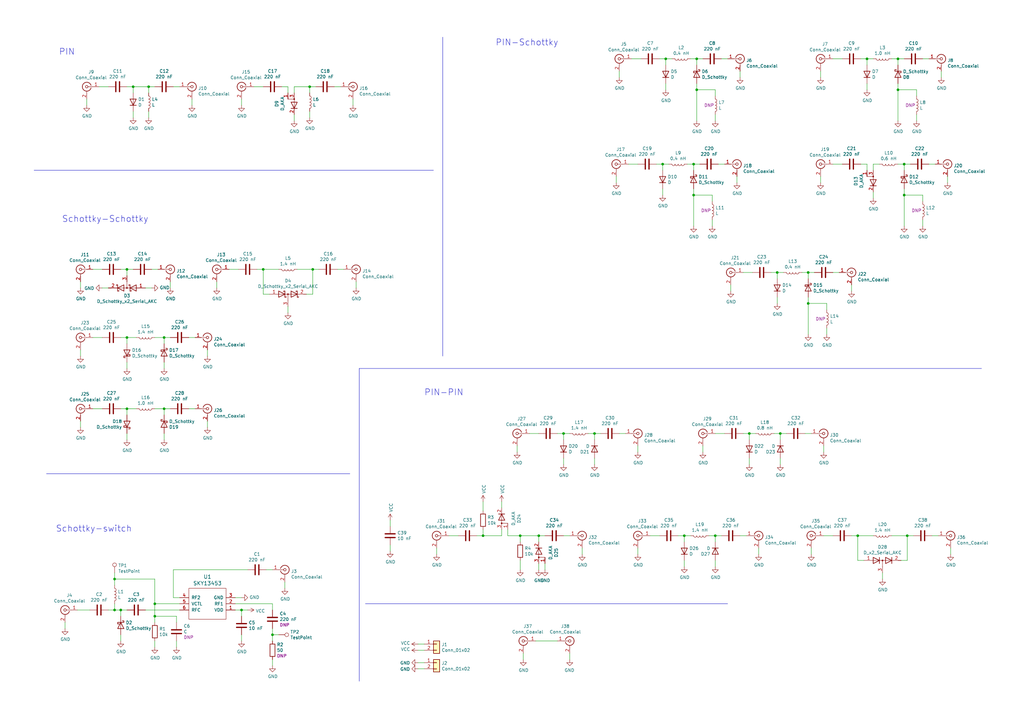
<source format=kicad_sch>
(kicad_sch (version 20230121) (generator eeschema)
  (paper "A3")
  (junction (at 46.99 250.19))
  (junction (at 60.96 35.56))
  (junction (at 52.07 167.64))
  (junction (at 273.05 24.13))
  (junction (at 320.04 177.8))
  (junction (at 285.75 36.83))
  (junction (at 52.07 138.43))
  (junction (at 331.47 124.46))
  (junction (at 368.3 36.83))
  (junction (at 198.12 219.71))
  (junction (at 54.61 35.56))
  (junction (at 284.48 80.01))
  (junction (at 284.48 67.31))
  (junction (at 67.31 138.43))
  (junction (at 99.06 250.19))
  (junction (at 231.14 177.8))
  (junction (at 52.07 110.49))
  (junction (at 243.84 177.8))
  (junction (at 370.84 80.01))
  (junction (at 46.99 237.49))
  (junction (at 107.95 110.49))
  (junction (at 293.37 219.71))
  (junction (at 355.6 24.13))
  (junction (at 318.77 111.76))
  (junction (at 280.67 219.71))
  (junction (at 370.84 67.31))
  (junction (at 271.78 67.31))
  (junction (at 351.79 219.71))
  (junction (at 331.47 111.76))
  (junction (at 127 35.56))
  (junction (at 372.11 219.71))
  (junction (at 213.36 219.71))
  (junction (at 111.76 260.35))
  (junction (at 220.98 219.71))
  (junction (at 285.75 24.13))
  (junction (at 307.34 177.8))
  (junction (at 63.5 252.73))
  (junction (at 67.31 167.64))
  (junction (at 63.5 247.65))
  (junction (at 128.27 110.49))
  (junction (at 368.3 24.13))
  (junction (at 49.53 250.19))
  (wire (pts (xy 107.95 120.65) (xy 107.95 110.49)))
  (wire (pts (xy 146.05 115.57) (xy 146.05 118.11)))
  (wire (pts (xy 341.63 111.76) (xy 344.17 111.76)))
  (wire (pts (xy 386.08 29.21) (xy 386.08 31.75)))
  (wire (pts (xy 318.77 111.76) (xy 321.31 111.76)))
  (wire (pts (xy 281.94 67.31) (xy 284.48 67.31)))
  (wire (pts (xy 71.12 245.11) (xy 71.12 233.68)))
  (wire (pts (xy 370.84 80.01) (xy 370.84 92.71)))
  (wire (pts (xy 375.92 36.83) (xy 375.92 39.37)))
  (wire (pts (xy 46.99 237.49) (xy 63.5 237.49)))
  (wire (pts (xy 331.47 124.46) (xy 331.47 137.16)))
  (wire (pts (xy 365.76 219.71) (xy 372.11 219.71)))
  (wire (pts (xy 63.5 138.43) (xy 67.31 138.43)))
  (wire (pts (xy 290.83 219.71) (xy 293.37 219.71)))
  (wire (pts (xy 111.76 260.35) (xy 111.76 262.89)))
  (wire (pts (xy 217.17 177.8) (xy 220.98 177.8)))
  (wire (pts (xy 280.67 222.25) (xy 280.67 219.71)))
  (wire (pts (xy 299.72 116.84) (xy 299.72 119.38)))
  (wire (pts (xy 280.67 229.87) (xy 280.67 232.41)))
  (wire (pts (xy 320.04 177.8) (xy 322.58 177.8)))
  (wire (pts (xy 372.11 219.71) (xy 374.65 219.71)))
  (wire (pts (xy 285.75 36.83) (xy 285.75 49.53)))
  (wire (pts (xy 78.74 40.64) (xy 78.74 43.18)))
  (wire (pts (xy 127 35.56) (xy 129.54 35.56)))
  (wire (pts (xy 88.9 115.57) (xy 88.9 118.11)))
  (wire (pts (xy 198.12 219.71) (xy 205.74 219.71)))
  (wire (pts (xy 320.04 187.96) (xy 320.04 190.5)))
  (wire (pts (xy 254 29.21) (xy 254 31.75)))
  (wire (pts (xy 284.48 77.47) (xy 284.48 80.01)))
  (polyline (pts (xy 19.05 194.31) (xy 143.51 194.31)))
  (wire (pts (xy 77.47 138.43) (xy 80.01 138.43)))
  (wire (pts (xy 370.84 80.01) (xy 378.46 80.01)))
  (wire (pts (xy 372.11 219.71) (xy 372.11 229.87)))
  (wire (pts (xy 38.1 110.49) (xy 41.91 110.49)))
  (wire (pts (xy 320.04 177.8) (xy 320.04 180.34)))
  (wire (pts (xy 368.3 24.13) (xy 368.3 26.67)))
  (wire (pts (xy 378.46 80.01) (xy 378.46 82.55)))
  (wire (pts (xy 336.55 29.21) (xy 336.55 31.75)))
  (wire (pts (xy 358.14 67.31) (xy 360.68 67.31)))
  (wire (pts (xy 293.37 219.71) (xy 293.37 222.25)))
  (wire (pts (xy 311.15 224.79) (xy 311.15 227.33)))
  (wire (pts (xy 54.61 35.56) (xy 60.96 35.56)))
  (wire (pts (xy 353.06 24.13) (xy 355.6 24.13)))
  (wire (pts (xy 231.14 219.71) (xy 233.68 219.71)))
  (polyline (pts (xy 181.61 15.24) (xy 181.61 146.05)))
  (wire (pts (xy 381 67.31) (xy 383.54 67.31)))
  (wire (pts (xy 63.5 247.65) (xy 73.66 247.65)))
  (wire (pts (xy 107.95 110.49) (xy 114.3 110.49)))
  (wire (pts (xy 205.74 208.28) (xy 205.74 205.74)))
  (wire (pts (xy 160.02 213.36) (xy 160.02 215.9)))
  (wire (pts (xy 243.84 177.8) (xy 243.84 180.34)))
  (wire (pts (xy 228.6 177.8) (xy 231.14 177.8)))
  (wire (pts (xy 341.63 24.13) (xy 345.44 24.13)))
  (wire (pts (xy 69.85 115.57) (xy 69.85 118.11)))
  (wire (pts (xy 284.48 67.31) (xy 287.02 67.31)))
  (wire (pts (xy 52.07 140.97) (xy 52.07 138.43)))
  (wire (pts (xy 349.25 116.84) (xy 349.25 119.38)))
  (wire (pts (xy 271.78 67.31) (xy 274.32 67.31)))
  (wire (pts (xy 93.98 110.49) (xy 97.79 110.49)))
  (wire (pts (xy 171.45 264.16) (xy 173.99 264.16)))
  (wire (pts (xy 388.62 72.39) (xy 388.62 74.93)))
  (wire (pts (xy 105.41 110.49) (xy 107.95 110.49)))
  (wire (pts (xy 72.39 255.27) (xy 72.39 252.73)))
  (wire (pts (xy 284.48 80.01) (xy 284.48 92.71)))
  (wire (pts (xy 62.23 118.11) (xy 59.69 118.11)))
  (wire (pts (xy 271.78 69.85) (xy 271.78 67.31)))
  (wire (pts (xy 40.64 35.56) (xy 44.45 35.56)))
  (wire (pts (xy 257.81 67.31) (xy 261.62 67.31)))
  (wire (pts (xy 99.06 40.64) (xy 99.06 43.18)))
  (wire (pts (xy 368.3 36.83) (xy 368.3 49.53)))
  (wire (pts (xy 118.11 125.73) (xy 118.11 128.27)))
  (wire (pts (xy 46.99 237.49) (xy 46.99 234.95)))
  (wire (pts (xy 52.07 170.18) (xy 52.07 167.64)))
  (wire (pts (xy 331.47 111.76) (xy 331.47 114.3)))
  (wire (pts (xy 213.36 219.71) (xy 220.98 219.71)))
  (wire (pts (xy 54.61 45.72) (xy 54.61 48.26)))
  (wire (pts (xy 63.5 167.64) (xy 67.31 167.64)))
  (wire (pts (xy 111.76 270.51) (xy 111.76 273.05)))
  (wire (pts (xy 49.53 250.19) (xy 46.99 250.19)))
  (wire (pts (xy 252.73 72.39) (xy 252.73 74.93)))
  (wire (pts (xy 238.76 224.79) (xy 238.76 227.33)))
  (wire (pts (xy 293.37 219.71) (xy 295.91 219.71)))
  (wire (pts (xy 214.63 267.97) (xy 214.63 270.51)))
  (wire (pts (xy 278.13 219.71) (xy 280.67 219.71)))
  (wire (pts (xy 339.09 124.46) (xy 339.09 127)))
  (wire (pts (xy 361.95 234.95) (xy 361.95 237.49)))
  (wire (pts (xy 120.65 35.56) (xy 127 35.56)))
  (wire (pts (xy 266.7 219.71) (xy 270.51 219.71)))
  (wire (pts (xy 337.82 182.88) (xy 337.82 185.42)))
  (wire (pts (xy 273.05 24.13) (xy 275.59 24.13)))
  (wire (pts (xy 368.3 36.83) (xy 375.92 36.83)))
  (wire (pts (xy 144.78 40.64) (xy 144.78 43.18)))
  (wire (pts (xy 99.06 260.35) (xy 99.06 262.89)))
  (wire (pts (xy 85.09 172.72) (xy 85.09 175.26)))
  (wire (pts (xy 111.76 260.35) (xy 114.3 260.35)))
  (wire (pts (xy 128.27 110.49) (xy 128.27 120.65)))
  (wire (pts (xy 138.43 110.49) (xy 140.97 110.49)))
  (wire (pts (xy 292.1 92.71) (xy 292.1 90.17)))
  (wire (pts (xy 49.53 262.89) (xy 49.53 260.35)))
  (wire (pts (xy 355.6 69.85) (xy 355.6 67.31)))
  (wire (pts (xy 73.66 245.11) (xy 71.12 245.11)))
  (wire (pts (xy 304.8 111.76) (xy 308.61 111.76)))
  (wire (pts (xy 62.23 110.49) (xy 64.77 110.49)))
  (wire (pts (xy 73.66 250.19) (xy 59.69 250.19)))
  (wire (pts (xy 213.36 229.87) (xy 213.36 233.68)))
  (wire (pts (xy 96.52 250.19) (xy 99.06 250.19)))
  (wire (pts (xy 307.34 177.8) (xy 309.88 177.8)))
  (wire (pts (xy 52.07 138.43) (xy 55.88 138.43)))
  (wire (pts (xy 283.21 24.13) (xy 285.75 24.13)))
  (wire (pts (xy 99.06 252.73) (xy 99.06 250.19)))
  (wire (pts (xy 368.3 24.13) (xy 370.84 24.13)))
  (wire (pts (xy 223.52 233.68) (xy 223.52 231.14)))
  (wire (pts (xy 288.29 182.88) (xy 288.29 185.42)))
  (wire (pts (xy 304.8 177.8) (xy 307.34 177.8)))
  (wire (pts (xy 46.99 240.03) (xy 46.99 237.49)))
  (wire (pts (xy 382.27 219.71) (xy 384.81 219.71)))
  (wire (pts (xy 179.07 224.79) (xy 179.07 227.33)))
  (wire (pts (xy 116.84 238.76) (xy 116.84 241.3)))
  (wire (pts (xy 52.07 110.49) (xy 54.61 110.49)))
  (wire (pts (xy 49.53 110.49) (xy 52.07 110.49)))
  (wire (pts (xy 71.12 35.56) (xy 73.66 35.56)))
  (wire (pts (xy 173.99 266.7) (xy 171.45 266.7)))
  (wire (pts (xy 173.99 274.32) (xy 171.45 274.32)))
  (wire (pts (xy 120.65 35.56) (xy 120.65 38.1)))
  (wire (pts (xy 316.23 111.76) (xy 318.77 111.76)))
  (wire (pts (xy 120.65 46.99) (xy 120.65 49.53)))
  (wire (pts (xy 63.5 237.49) (xy 63.5 247.65)))
  (wire (pts (xy 46.99 250.19) (xy 44.45 250.19)))
  (wire (pts (xy 233.68 267.97) (xy 233.68 270.51)))
  (wire (pts (xy 354.33 229.87) (xy 351.79 229.87)))
  (wire (pts (xy 273.05 26.67) (xy 273.05 24.13)))
  (wire (pts (xy 109.22 233.68) (xy 111.76 233.68)))
  (wire (pts (xy 293.37 49.53) (xy 293.37 46.99)))
  (wire (pts (xy 212.09 182.88) (xy 212.09 185.42)))
  (wire (pts (xy 241.3 177.8) (xy 243.84 177.8)))
  (wire (pts (xy 220.98 219.71) (xy 220.98 222.25)))
  (wire (pts (xy 231.14 187.96) (xy 231.14 190.5)))
  (wire (pts (xy 118.11 38.1) (xy 118.11 35.56)))
  (wire (pts (xy 336.55 72.39) (xy 336.55 74.93)))
  (wire (pts (xy 63.5 262.89) (xy 63.5 265.43)))
  (wire (pts (xy 294.64 67.31) (xy 297.18 67.31)))
  (wire (pts (xy 389.89 224.79) (xy 389.89 227.33)))
  (wire (pts (xy 33.02 115.57) (xy 33.02 118.11)))
  (wire (pts (xy 52.07 35.56) (xy 54.61 35.56)))
  (wire (pts (xy 285.75 24.13) (xy 285.75 26.67)))
  (wire (pts (xy 219.71 262.89) (xy 228.6 262.89)))
  (wire (pts (xy 331.47 124.46) (xy 339.09 124.46)))
  (wire (pts (xy 303.53 219.71) (xy 306.07 219.71)))
  (wire (pts (xy 269.24 67.31) (xy 271.78 67.31)))
  (wire (pts (xy 99.06 250.19) (xy 101.6 250.19)))
  (polyline (pts (xy 147.32 151.13) (xy 402.59 151.13)))
  (wire (pts (xy 52.07 151.13) (xy 52.07 148.59)))
  (wire (pts (xy 295.91 24.13) (xy 298.45 24.13)))
  (wire (pts (xy 96.52 247.65) (xy 111.76 247.65)))
  (wire (pts (xy 307.34 180.34) (xy 307.34 177.8)))
  (wire (pts (xy 293.37 177.8) (xy 297.18 177.8)))
  (wire (pts (xy 370.84 67.31) (xy 373.38 67.31)))
  (wire (pts (xy 72.39 262.89) (xy 72.39 265.43)))
  (wire (pts (xy 303.53 29.21) (xy 303.53 31.75)))
  (wire (pts (xy 127 35.56) (xy 127 38.1)))
  (wire (pts (xy 370.84 67.31) (xy 370.84 69.85)))
  (wire (pts (xy 231.14 180.34) (xy 231.14 177.8)))
  (wire (pts (xy 285.75 34.29) (xy 285.75 36.83)))
  (wire (pts (xy 339.09 137.16) (xy 339.09 134.62)))
  (wire (pts (xy 49.53 252.73) (xy 49.53 250.19)))
  (wire (pts (xy 160.02 223.52) (xy 160.02 226.06)))
  (wire (pts (xy 254 177.8) (xy 256.54 177.8)))
  (wire (pts (xy 372.11 229.87) (xy 369.57 229.87)))
  (wire (pts (xy 261.62 182.88) (xy 261.62 185.42)))
  (wire (pts (xy 365.76 24.13) (xy 368.3 24.13)))
  (wire (pts (xy 285.75 36.83) (xy 293.37 36.83)))
  (wire (pts (xy 337.82 219.71) (xy 341.63 219.71)))
  (wire (pts (xy 52.07 110.49) (xy 52.07 113.03)))
  (wire (pts (xy 46.99 250.19) (xy 46.99 247.65)))
  (wire (pts (xy 271.78 77.47) (xy 271.78 80.01)))
  (wire (pts (xy 60.96 35.56) (xy 60.96 38.1)))
  (wire (pts (xy 26.67 255.27) (xy 26.67 257.81)))
  (wire (pts (xy 85.09 143.51) (xy 85.09 146.05)))
  (wire (pts (xy 243.84 187.96) (xy 243.84 190.5)))
  (wire (pts (xy 44.45 118.11) (xy 41.91 118.11)))
  (wire (pts (xy 195.58 219.71) (xy 198.12 219.71)))
  (wire (pts (xy 36.83 250.19) (xy 31.75 250.19)))
  (wire (pts (xy 331.47 121.92) (xy 331.47 124.46)))
  (wire (pts (xy 353.06 67.31) (xy 355.6 67.31)))
  (wire (pts (xy 293.37 36.83) (xy 293.37 39.37)))
  (wire (pts (xy 33.02 172.72) (xy 33.02 175.26)))
  (wire (pts (xy 341.63 67.31) (xy 345.44 67.31)))
  (wire (pts (xy 71.12 233.68) (xy 101.6 233.68)))
  (wire (pts (xy 54.61 38.1) (xy 54.61 35.56)))
  (wire (pts (xy 127 45.72) (xy 127 48.26)))
  (wire (pts (xy 368.3 34.29) (xy 368.3 36.83)))
  (wire (pts (xy 67.31 180.34) (xy 67.31 177.8)))
  (wire (pts (xy 355.6 34.29) (xy 355.6 36.83)))
  (wire (pts (xy 198.12 217.17) (xy 198.12 219.71)))
  (wire (pts (xy 128.27 120.65) (xy 125.73 120.65)))
  (wire (pts (xy 243.84 177.8) (xy 246.38 177.8)))
  (wire (pts (xy 111.76 257.81) (xy 111.76 260.35)))
  (wire (pts (xy 292.1 80.01) (xy 292.1 82.55)))
  (wire (pts (xy 332.74 224.79) (xy 332.74 227.33)))
  (wire (pts (xy 280.67 219.71) (xy 283.21 219.71)))
  (wire (pts (xy 49.53 250.19) (xy 52.07 250.19)))
  (wire (pts (xy 38.1 167.64) (xy 41.91 167.64)))
  (wire (pts (xy 67.31 138.43) (xy 67.31 140.97)))
  (wire (pts (xy 349.25 219.71) (xy 351.79 219.71)))
  (wire (pts (xy 63.5 252.73) (xy 63.5 255.27)))
  (wire (pts (xy 370.84 77.47) (xy 370.84 80.01)))
  (wire (pts (xy 378.46 92.71) (xy 378.46 90.17)))
  (wire (pts (xy 318.77 114.3) (xy 318.77 111.76)))
  (wire (pts (xy 77.47 167.64) (xy 80.01 167.64)))
  (wire (pts (xy 208.28 219.71) (xy 208.28 217.17)))
  (wire (pts (xy 63.5 247.65) (xy 63.5 252.73)))
  (wire (pts (xy 358.14 67.31) (xy 358.14 69.85)))
  (wire (pts (xy 99.06 245.11) (xy 96.52 245.11)))
  (wire (pts (xy 220.98 231.14) (xy 220.98 233.68)))
  (wire (pts (xy 67.31 167.64) (xy 69.85 167.64)))
  (wire (pts (xy 137.16 35.56) (xy 139.7 35.56)))
  (wire (pts (xy 111.76 247.65) (xy 111.76 250.19)))
  (wire (pts (xy 351.79 219.71) (xy 358.14 219.71)))
  (wire (pts (xy 261.62 224.79) (xy 261.62 227.33)))
  (wire (pts (xy 285.75 24.13) (xy 288.29 24.13)))
  (wire (pts (xy 184.15 219.71) (xy 187.96 219.71)))
  (wire (pts (xy 330.2 177.8) (xy 332.74 177.8)))
  (wire (pts (xy 220.98 219.71) (xy 223.52 219.71)))
  (wire (pts (xy 231.14 177.8) (xy 233.68 177.8)))
  (wire (pts (xy 213.36 219.71) (xy 213.36 222.25)))
  (polyline (pts (xy 149.86 247.65) (xy 298.45 247.65)))
  (wire (pts (xy 49.53 138.43) (xy 52.07 138.43)))
  (wire (pts (xy 284.48 80.01) (xy 292.1 80.01)))
  (wire (pts (xy 60.96 35.56) (xy 63.5 35.56)))
  (wire (pts (xy 35.56 40.64) (xy 35.56 43.18)))
  (wire (pts (xy 67.31 167.64) (xy 67.31 170.18)))
  (wire (pts (xy 259.08 24.13) (xy 262.89 24.13)))
  (wire (pts (xy 284.48 67.31) (xy 284.48 69.85)))
  (wire (pts (xy 67.31 151.13) (xy 67.31 148.59)))
  (wire (pts (xy 358.14 78.74) (xy 358.14 81.28)))
  (wire (pts (xy 355.6 26.67) (xy 355.6 24.13)))
  (wire (pts (xy 317.5 177.8) (xy 320.04 177.8)))
  (wire (pts (xy 355.6 24.13) (xy 358.14 24.13)))
  (wire (pts (xy 121.92 110.49) (xy 128.27 110.49)))
  (wire (pts (xy 52.07 180.34) (xy 52.07 177.8)))
  (wire (pts (xy 198.12 209.55) (xy 198.12 205.74)))
  (wire (pts (xy 60.96 45.72) (xy 60.96 48.26)))
  (wire (pts (xy 205.74 219.71) (xy 205.74 217.17)))
  (wire (pts (xy 331.47 111.76) (xy 334.01 111.76)))
  (wire (pts (xy 49.53 167.64) (xy 52.07 167.64)))
  (wire (pts (xy 33.02 143.51) (xy 33.02 146.05)))
  (wire (pts (xy 302.26 72.39) (xy 302.26 74.93)))
  (wire (pts (xy 378.46 24.13) (xy 381 24.13)))
  (wire (pts (xy 318.77 121.92) (xy 318.77 124.46)))
  (wire (pts (xy 128.27 110.49) (xy 130.81 110.49)))
  (wire (pts (xy 270.51 24.13) (xy 273.05 24.13)))
  (wire (pts (xy 104.14 35.56) (xy 107.95 35.56)))
  (wire (pts (xy 293.37 229.87) (xy 293.37 232.41)))
  (wire (pts (xy 208.28 219.71) (xy 213.36 219.71)))
  (wire (pts (xy 171.45 271.78) (xy 173.99 271.78)))
  (wire (pts (xy 115.57 35.56) (xy 118.11 35.56)))
  (wire (pts (xy 368.3 67.31) (xy 370.84 67.31)))
  (polyline (pts (xy 147.32 151.13) (xy 147.32 279.4)))
  (wire (pts (xy 67.31 138.43) (xy 69.85 138.43)))
  (wire (pts (xy 38.1 138.43) (xy 41.91 138.43)))
  (wire (pts (xy 307.34 187.96) (xy 307.34 190.5)))
  (wire (pts (xy 351.79 229.87) (xy 351.79 219.71)))
  (wire (pts (xy 52.07 167.64) (xy 55.88 167.64)))
  (polyline (pts (xy 13.97 69.85) (xy 177.8 69.85)))
  (wire (pts (xy 110.49 120.65) (xy 107.95 120.65)))
  (wire (pts (xy 273.05 34.29) (xy 273.05 36.83)))
  (wire (pts (xy 72.39 252.73) (xy 63.5 252.73)))
  (wire (pts (xy 328.93 111.76) (xy 331.47 111.76)))
  (wire (pts (xy 375.92 49.53) (xy 375.92 46.99)))
  (text "Schottky-Schottky" (at 25.4 91.44 0) (effects (font (size 2.54 2.54)) (justify left bottom)))
  (text "PIN" (at 24.13 22.86 0) (effects (font (size 2.54 2.54)) (justify left bottom)))
  (text "PIN-PIN" (at 173.99 162.56 0) (effects (font (size 2.54 2.54)) (justify left bottom)))
  (text "Schottky-switch" (at 22.86 218.44 0) (effects (font (size 2.54 2.54)) (justify left bottom)))
  (text "PIN-Schottky" (at 203.2 19.05 0) (effects (font (size 2.54 2.54)) (justify left bottom)))
  (symbol (lib_id "Connector:Conn_Coaxial") (at 26.67 250.19 0) (mirror y) (unit 1)
    (property "Reference" "J4" (at 28.4988 244.1448 0))
    (property "Value" "Conn_Coaxial" (at 28.4988 246.4562 0))
    (property "Footprint" "gsg-modules:SMA-EDGE" (effects hide))
    (property "Datasheet" " ~" (effects hide))
    (property "Manufacturer" "Linx Technologies" (effects hide))
    (property "Part Number" "CONSMA003.062" (effects hide))
  )
  (symbol (lib_id "Device:D") (at 54.61 41.91 90) (unit 1)
    (property "Reference" "D1" (at 56.642 40.7416 90) (effects (justify right)))
    (property "Value" "D" (at 56.642 43.053 90) (effects (justify right)))
    (property "Footprint" "passives:SMP1345-087LF" (effects hide))
    (property "Manufacturer" "Skyworks" (effects hide))
    (property "Part Number" "SMP1345-087LF" (effects hide))
  )
  (symbol (lib_id "Device:D_Schottky") (at 49.53 256.54 270) (unit 1)
    (property "Reference" "D2" (at 51.562 255.3716 90) (effects (justify left)))
    (property "Value" "D_Schottky" (at 51.562 257.683 90) (effects (justify left)))
    (property "Footprint" "Diode_SMD:D_SOD-923" (effects hide))
    (property "Manufacturer" "Toshiba\r" (effects hide))
    (property "Part Number" "JDH2S02FSTPL3" (effects hide))
    (property "Substitution" "Skyworks SMS7621-040LF, Infineon BAT1502LRHE6327XTSA1\r" (effects hide))
  )
  (symbol (lib_id "passives-rescue:SKY13453-gsg-symbols") (at 85.09 247.65 180) (unit 1)
    (property "Reference" "U1" (at 85.09 236.5502 0) (effects (font (size 1.524 1.524))))
    (property "Value" "SKY13453" (at 85.09 239.2426 0) (effects (font (size 1.524 1.524))))
    (property "Footprint" "gsg-modules:SKY13350-385LF" (effects hide))
    (property "Manufacturer" "Skyworks" (effects hide))
    (property "Part Number" "SKY13453-385LF" (effects hide))
  )
  (symbol (lib_id "Connector:Conn_Coaxial") (at 116.84 233.68 0) (unit 1)
    (property "Reference" "J3" (at 119.38 234.315 0) (effects (justify left)))
    (property "Value" "Conn_Coaxial" (at 119.38 236.6264 0) (effects (justify left)))
    (property "Footprint" "gsg-modules:SMA-EDGE" (effects hide))
    (property "Datasheet" " ~" (effects hide))
    (property "Manufacturer" "Linx Technologies" (effects hide))
    (property "Part Number" "CONSMA003.062" (effects hide))
  )
  (symbol (lib_id "Device:C") (at 40.64 250.19 270) (unit 1)
    (property "Reference" "C2" (at 40.64 243.7892 90))
    (property "Value" "220 nF" (at 40.64 246.1006 90))
    (property "Footprint" "Capacitor_SMD:C_0201_0603Metric_Pad0.64x0.40mm_HandSolder" (effects hide))
    (property "Manufacturer" "Murata" (effects hide))
    (property "Part Number" "GRM033R61A224KE90D" (effects hide))
  )
  (symbol (lib_id "Device:C") (at 55.88 250.19 270) (unit 1)
    (property "Reference" "C3" (at 55.88 243.7892 90))
    (property "Value" "220 nF" (at 55.88 246.1006 90))
    (property "Footprint" "Capacitor_SMD:C_0201_0603Metric_Pad0.64x0.40mm_HandSolder" (effects hide))
    (property "Manufacturer" "Murata" (effects hide))
    (property "Part Number" "GRM033R61A224KE90D" (effects hide))
  )
  (symbol (lib_id "Device:R") (at 111.76 266.7 0) (unit 1)
    (property "Reference" "R2" (at 113.538 264.3886 0) (effects (justify left)))
    (property "Value" "50" (at 113.538 266.7 0) (effects (justify left)))
    (property "Footprint" "Resistor_SMD:R_0402_1005Metric_Pad0.72x0.64mm_HandSolder" (effects hide))
    (property "Note" "DNP" (at 113.538 269.0114 0) (effects (justify left)))
  )
  (symbol (lib_id "power:GND") (at 99.06 245.11 90) (unit 1)
    (property "Reference" "#PWR06" (effects hide))
    (property "Value" "GND" (at 102.3112 244.983 90) (effects (justify right)))
  )
  (symbol (lib_id "power:GND") (at 116.84 241.3 0) (unit 1)
    (property "Reference" "#PWR05" (effects hide))
    (property "Value" "GND" (at 116.967 245.6942 0))
  )
  (symbol (lib_id "power:GND") (at 49.53 262.89 0) (unit 1)
    (property "Reference" "#PWR09" (effects hide))
    (property "Value" "GND" (at 49.657 267.2842 0))
  )
  (symbol (lib_id "power:GND") (at 26.67 257.81 0) (unit 1)
    (property "Reference" "#PWR08" (effects hide))
    (property "Value" "GND" (at 26.797 262.2042 0))
  )
  (symbol (lib_id "Device:L") (at 46.99 243.84 0) (unit 1)
    (property "Reference" "L1" (at 48.3362 242.6716 0) (effects (justify left)))
    (property "Value" "L" (at 48.3362 244.983 0) (effects (justify left)))
    (property "Footprint" "Inductor_SMD:L_0603_1608Metric_Pad1.05x0.95mm_HandSolder" (effects hide))
    (property "Manufacturer" "Taiyo Yuden" (effects hide))
    (property "Part Number" "BRL1608T100M" (effects hide))
  )
  (symbol (lib_id "Connector:TestPoint") (at 46.99 234.95 0) (unit 1)
    (property "Reference" "TP1" (at 48.4632 231.9528 0) (effects (justify left)))
    (property "Value" "TestPoint" (at 48.4632 234.2642 0) (effects (justify left)))
    (property "Footprint" "gsg-modules:TESTPOINT-50MIL" (effects hide))
  )
  (symbol (lib_id "Connector:TestPoint") (at 114.3 260.35 270) (unit 1)
    (property "Reference" "TP2" (at 119.0752 259.1816 90) (effects (justify left)))
    (property "Value" "TestPoint" (at 119.0752 261.493 90) (effects (justify left)))
    (property "Footprint" "gsg-modules:TESTPOINT-50MIL" (effects hide))
  )
  (symbol (lib_id "Connector:Conn_Coaxial") (at 99.06 35.56 0) (mirror y) (unit 1)
    (property "Reference" "J15" (at 100.8888 29.5148 0))
    (property "Value" "Conn_Coaxial" (at 100.8888 31.8262 0))
    (property "Footprint" "gsg-modules:SMA-EDGE" (effects hide))
    (property "Datasheet" " ~" (effects hide))
    (property "Manufacturer" "Linx Technologies" (effects hide))
    (property "Part Number" "CONSMA003.062" (effects hide))
  )
  (symbol (lib_id "power:GND") (at 99.06 43.18 0) (unit 1)
    (property "Reference" "#PWR022" (effects hide))
    (property "Value" "GND" (at 99.187 47.5742 0))
  )
  (symbol (lib_id "Device:L") (at 127 41.91 0) (unit 1)
    (property "Reference" "L6" (at 128.3462 40.7416 0) (effects (justify left)))
    (property "Value" "L" (at 128.3462 43.053 0) (effects (justify left)))
    (property "Footprint" "Inductor_SMD:L_0603_1608Metric_Pad1.05x0.95mm_HandSolder" (effects hide))
    (property "Manufacturer" "Taiyo Yuden" (effects hide))
    (property "Part Number" "BRL1608T100M" (effects hide))
  )
  (symbol (lib_id "power:GND") (at 127 48.26 0) (unit 1)
    (property "Reference" "#PWR033" (effects hide))
    (property "Value" "GND" (at 127.127 52.6542 0))
  )
  (symbol (lib_id "Connector:Conn_Coaxial") (at 144.78 35.56 0) (unit 1)
    (property "Reference" "J16" (at 147.32 36.195 0) (effects (justify left)))
    (property "Value" "Conn_Coaxial" (at 147.32 38.5064 0) (effects (justify left)))
    (property "Footprint" "gsg-modules:SMA-EDGE" (effects hide))
    (property "Datasheet" " ~" (effects hide))
    (property "Manufacturer" "Linx Technologies" (effects hide))
    (property "Part Number" "CONSMA003.062" (effects hide))
  )
  (symbol (lib_id "power:GND") (at 144.78 43.18 0) (unit 1)
    (property "Reference" "#PWR030" (effects hide))
    (property "Value" "GND" (at 144.907 47.5742 0))
  )
  (symbol (lib_id "Device:C") (at 133.35 35.56 270) (unit 1)
    (property "Reference" "C18" (at 133.35 29.1592 90))
    (property "Value" "220 nF" (at 133.35 31.4706 90))
    (property "Footprint" "Capacitor_SMD:C_0201_0603Metric_Pad0.64x0.40mm_HandSolder" (effects hide))
    (property "Manufacturer" "Murata" (effects hide))
    (property "Part Number" "GRM033R61A224KE90D" (effects hide))
  )
  (symbol (lib_id "Device:C") (at 111.76 35.56 270) (unit 1)
    (property "Reference" "C17" (at 111.76 29.1592 90))
    (property "Value" "220 nF" (at 111.76 31.4706 90))
    (property "Footprint" "Capacitor_SMD:C_0201_0603Metric_Pad0.64x0.40mm_HandSolder" (effects hide))
    (property "Manufacturer" "Murata" (effects hide))
    (property "Part Number" "GRM033R61A224KE90D" (effects hide))
  )
  (symbol (lib_id "power:GND") (at 120.65 49.53 0) (unit 1)
    (property "Reference" "#PWR034" (effects hide))
    (property "Value" "GND" (at 120.777 53.9242 0))
  )
  (symbol (lib_id "power:GND") (at 111.76 273.05 0) (unit 1)
    (property "Reference" "#PWR013" (effects hide))
    (property "Value" "GND" (at 111.887 277.4442 0))
  )
  (symbol (lib_id "Device:C") (at 105.41 233.68 270) (unit 1)
    (property "Reference" "C1" (at 105.41 227.2792 90))
    (property "Value" "220 nF" (at 105.41 229.5906 90))
    (property "Footprint" "Capacitor_SMD:C_0201_0603Metric_Pad0.64x0.40mm_HandSolder" (effects hide))
    (property "Manufacturer" "Murata" (effects hide))
    (property "Part Number" "GRM033R61A224KE90D" (effects hide))
  )
  (symbol (lib_id "power:VCC") (at 101.6 250.19 270) (unit 1)
    (property "Reference" "#PWR07" (effects hide))
    (property "Value" "VCC" (at 104.8512 250.571 90) (effects (justify left)))
  )
  (symbol (lib_id "Device:R") (at 63.5 259.08 0) (unit 1)
    (property "Reference" "R1" (at 65.278 257.9116 0) (effects (justify left)))
    (property "Value" "10k" (at 65.278 260.223 0) (effects (justify left)))
    (property "Footprint" "Resistor_SMD:R_0402_1005Metric_Pad0.72x0.64mm_HandSolder" (effects hide))
  )
  (symbol (lib_id "power:GND") (at 63.5 265.43 0) (unit 1)
    (property "Reference" "#PWR011" (effects hide))
    (property "Value" "GND" (at 63.627 269.8242 0))
  )
  (symbol (lib_id "Device:C") (at 111.76 254 180) (unit 1)
    (property "Reference" "C4" (at 114.681 251.6886 0) (effects (justify right)))
    (property "Value" "220 nF" (at 114.681 254 0) (effects (justify right)))
    (property "Footprint" "Capacitor_SMD:C_0201_0603Metric_Pad0.64x0.40mm_HandSolder" (effects hide))
    (property "Note" "DNP" (at 114.681 256.3114 0) (effects (justify right)))
    (property "Manufacturer" "Murata" (effects hide))
    (property "Part Number" "GRM033R61A224KE90D" (effects hide))
  )
  (symbol (lib_id "Device:C") (at 72.39 259.08 0) (unit 1)
    (property "Reference" "C6" (at 75.311 256.7686 0) (effects (justify left)))
    (property "Value" "C" (at 75.311 259.08 0) (effects (justify left)))
    (property "Footprint" "Capacitor_SMD:C_0402_1005Metric_Pad0.74x0.62mm_HandSolder" (effects hide))
    (property "Note" "DNP" (at 75.311 261.3914 0) (effects (justify left)))
  )
  (symbol (lib_id "power:GND") (at 72.39 265.43 0) (unit 1)
    (property "Reference" "#PWR012" (effects hide))
    (property "Value" "GND" (at 72.517 269.8242 0))
  )
  (symbol (lib_id "Device:C") (at 99.06 256.54 180) (unit 1)
    (property "Reference" "C5" (at 101.981 255.3716 0) (effects (justify right)))
    (property "Value" "10 nF" (at 101.981 257.683 0) (effects (justify right)))
    (property "Footprint" "Capacitor_SMD:C_0402_1005Metric_Pad0.74x0.62mm_HandSolder" (effects hide))
  )
  (symbol (lib_id "power:GND") (at 99.06 262.89 0) (unit 1)
    (property "Reference" "#PWR010" (effects hide))
    (property "Value" "GND" (at 99.187 267.2842 0))
  )
  (symbol (lib_id "Connector_Generic:Conn_01x02") (at 179.07 264.16 0) (unit 1)
    (property "Reference" "J1" (at 181.102 264.3632 0) (effects (justify left)))
    (property "Value" "Conn_01x02" (at 181.102 266.6746 0) (effects (justify left)))
    (property "Footprint" "Connector_PinHeader_2.54mm:PinHeader_1x02_P2.54mm_Vertical" (effects hide))
  )
  (symbol (lib_id "Connector_Generic:Conn_01x02") (at 179.07 271.78 0) (unit 1)
    (property "Reference" "J2" (at 181.102 271.9832 0) (effects (justify left)))
    (property "Value" "Conn_01x02" (at 181.102 274.2946 0) (effects (justify left)))
    (property "Footprint" "Connector_PinHeader_2.54mm:PinHeader_1x02_P2.54mm_Vertical" (effects hide))
  )
  (symbol (lib_id "power:VCC") (at 171.45 264.16 90) (unit 1)
    (property "Reference" "#PWR01" (effects hide))
    (property "Value" "VCC" (at 168.2242 263.779 90) (effects (justify left)))
  )
  (symbol (lib_id "power:VCC") (at 171.45 266.7 90) (unit 1)
    (property "Reference" "#PWR02" (effects hide))
    (property "Value" "VCC" (at 168.2242 266.319 90) (effects (justify left)))
  )
  (symbol (lib_id "power:GND") (at 171.45 271.78 270) (unit 1)
    (property "Reference" "#PWR03" (effects hide))
    (property "Value" "GND" (at 168.1988 271.907 90) (effects (justify right)))
  )
  (symbol (lib_id "power:GND") (at 171.45 274.32 270) (unit 1)
    (property "Reference" "#PWR04" (effects hide))
    (property "Value" "GND" (at 168.1988 274.447 90) (effects (justify right)))
  )
  (symbol (lib_id "passives-rescue:D_Schottky_x2_Serial_AKC-Device") (at 52.07 118.11 180) (unit 1)
    (property "Reference" "D3" (at 52.07 121.285 0))
    (property "Value" "D_Schottky_x2_Serial_AKC" (at 52.07 123.5964 0))
    (property "Footprint" "Package_TO_SOT_SMD:SOT-23" (effects hide))
    (property "Manufacturer" "Infineon" (effects hide))
    (property "Part Number" "BAT1504RE6152HTSA1" (effects hide))
    (property "Substitution" "BAT1504WH6327XTSA1, Skyworks SMS7621-005LF" (effects hide))
  )
  (symbol (lib_id "Connector:Conn_Coaxial") (at 33.02 110.49 0) (mirror y) (unit 1)
    (property "Reference" "J11" (at 34.8488 104.4448 0))
    (property "Value" "Conn_Coaxial" (at 34.8488 106.7562 0))
    (property "Footprint" "gsg-modules:SMA-EDGE" (effects hide))
    (property "Datasheet" " ~" (effects hide))
    (property "Manufacturer" "Linx Technologies" (effects hide))
    (property "Part Number" "CONSMA003.062" (effects hide))
  )
  (symbol (lib_id "power:GND") (at 33.02 118.11 0) (unit 1)
    (property "Reference" "#PWR023" (effects hide))
    (property "Value" "GND" (at 33.147 122.5042 0))
  )
  (symbol (lib_id "Connector:Conn_Coaxial") (at 69.85 110.49 0) (unit 1)
    (property "Reference" "J12" (at 72.39 111.125 0) (effects (justify left)))
    (property "Value" "Conn_Coaxial" (at 72.39 113.4364 0) (effects (justify left)))
    (property "Footprint" "gsg-modules:SMA-EDGE" (effects hide))
    (property "Datasheet" " ~" (effects hide))
    (property "Manufacturer" "Linx Technologies" (effects hide))
    (property "Part Number" "CONSMA003.062" (effects hide))
  )
  (symbol (lib_id "power:GND") (at 69.85 118.11 0) (unit 1)
    (property "Reference" "#PWR026" (effects hide))
    (property "Value" "GND" (at 69.977 122.5042 0))
  )
  (symbol (lib_id "Device:C") (at 58.42 110.49 270) (unit 1)
    (property "Reference" "C14" (at 58.42 104.0892 90))
    (property "Value" "220 nF" (at 58.42 106.4006 90))
    (property "Footprint" "Capacitor_SMD:C_0201_0603Metric_Pad0.64x0.40mm_HandSolder" (effects hide))
    (property "Manufacturer" "Murata" (effects hide))
    (property "Part Number" "GRM033R61A224KE90D" (effects hide))
  )
  (symbol (lib_id "Device:C") (at 45.72 110.49 270) (unit 1)
    (property "Reference" "C13" (at 45.72 104.0892 90))
    (property "Value" "220 nF" (at 45.72 106.4006 90))
    (property "Footprint" "Capacitor_SMD:C_0201_0603Metric_Pad0.64x0.40mm_HandSolder" (effects hide))
    (property "Manufacturer" "Murata" (effects hide))
    (property "Part Number" "GRM033R61A224KE90D" (effects hide))
  )
  (symbol (lib_id "power:GND") (at 41.91 118.11 270) (unit 1)
    (property "Reference" "#PWR024" (effects hide))
    (property "Value" "GND" (at 38.6588 118.237 90) (effects (justify right)))
  )
  (symbol (lib_id "power:GND") (at 62.23 118.11 90) (unit 1)
    (property "Reference" "#PWR025" (effects hide))
    (property "Value" "GND" (at 65.4812 117.983 90) (effects (justify right)))
  )
  (symbol (lib_id "passives-rescue:D_Schottky_x2_Serial_AKC-Device") (at 118.11 120.65 0) (unit 1)
    (property "Reference" "D4" (at 118.11 115.1382 0))
    (property "Value" "D_Schottky_x2_Serial_AKC" (at 118.11 117.4496 0))
    (property "Footprint" "Package_TO_SOT_SMD:SOT-23" (effects hide))
    (property "Manufacturer" "Infineon" (effects hide))
    (property "Part Number" "BAT1504RE6152HTSA1" (effects hide))
    (property "Substitution" "BAT1504WH6327XTSA1, Skyworks SMS7621-005LF" (effects hide))
  )
  (symbol (lib_id "Connector:Conn_Coaxial") (at 88.9 110.49 0) (mirror y) (unit 1)
    (property "Reference" "J13" (at 90.7288 104.4448 0))
    (property "Value" "Conn_Coaxial" (at 90.7288 106.7562 0))
    (property "Footprint" "gsg-modules:SMA-EDGE" (effects hide))
    (property "Datasheet" " ~" (effects hide))
    (property "Manufacturer" "Linx Technologies" (effects hide))
    (property "Part Number" "CONSMA003.062" (effects hide))
  )
  (symbol (lib_id "power:GND") (at 88.9 118.11 0) (unit 1)
    (property "Reference" "#PWR027" (effects hide))
    (property "Value" "GND" (at 89.027 122.5042 0))
  )
  (symbol (lib_id "Connector:Conn_Coaxial") (at 146.05 110.49 0) (unit 1)
    (property "Reference" "J14" (at 148.59 111.125 0) (effects (justify left)))
    (property "Value" "Conn_Coaxial" (at 148.59 113.4364 0) (effects (justify left)))
    (property "Footprint" "gsg-modules:SMA-EDGE" (effects hide))
    (property "Datasheet" " ~" (effects hide))
    (property "Manufacturer" "Linx Technologies" (effects hide))
    (property "Part Number" "CONSMA003.062" (effects hide))
  )
  (symbol (lib_id "power:GND") (at 146.05 118.11 0) (unit 1)
    (property "Reference" "#PWR028" (effects hide))
    (property "Value" "GND" (at 146.177 122.5042 0))
  )
  (symbol (lib_id "Device:C") (at 134.62 110.49 270) (unit 1)
    (property "Reference" "C16" (at 134.62 104.0892 90))
    (property "Value" "220 nF" (at 134.62 106.4006 90))
    (property "Footprint" "Capacitor_SMD:C_0201_0603Metric_Pad0.64x0.40mm_HandSolder" (effects hide))
    (property "Manufacturer" "Murata" (effects hide))
    (property "Part Number" "GRM033R61A224KE90D" (effects hide))
  )
  (symbol (lib_id "Device:C") (at 101.6 110.49 270) (unit 1)
    (property "Reference" "C15" (at 101.6 104.0892 90))
    (property "Value" "220 nF" (at 101.6 106.4006 90))
    (property "Footprint" "Capacitor_SMD:C_0201_0603Metric_Pad0.64x0.40mm_HandSolder" (effects hide))
    (property "Manufacturer" "Murata" (effects hide))
    (property "Part Number" "GRM033R61A224KE90D" (effects hide))
  )
  (symbol (lib_id "Device:L") (at 118.11 110.49 270) (unit 1)
    (property "Reference" "L5" (at 118.11 105.8926 90))
    (property "Value" "1.4 nH" (at 118.11 108.204 90))
    (property "Footprint" "Inductor_SMD:L_0201_0603Metric_Pad0.64x0.40mm_HandSolder" (effects hide))
    (property "Manufacturer" "Murata" (effects hide))
    (property "Part Number" "LQP03HQ1N4W02D" (effects hide))
  )
  (symbol (lib_id "power:GND") (at 118.11 128.27 0) (unit 1)
    (property "Reference" "#PWR029" (effects hide))
    (property "Value" "GND" (at 118.237 132.6642 0))
  )
  (symbol (lib_id "Connector:Conn_Coaxial") (at 33.02 138.43 0) (mirror y) (unit 1)
    (property "Reference" "J23" (at 34.8488 132.3848 0))
    (property "Value" "Conn_Coaxial" (at 34.8488 134.6962 0))
    (property "Footprint" "gsg-modules:SMA-EDGE" (effects hide))
    (property "Datasheet" " ~" (effects hide))
    (property "Manufacturer" "Linx Technologies" (effects hide))
    (property "Part Number" "CONSMA003.062" (effects hide))
  )
  (symbol (lib_id "power:GND") (at 33.02 146.05 0) (unit 1)
    (property "Reference" "#PWR054" (effects hide))
    (property "Value" "GND" (at 33.147 150.4442 0))
  )
  (symbol (lib_id "Connector:Conn_Coaxial") (at 85.09 138.43 0) (unit 1)
    (property "Reference" "J24" (at 87.63 139.065 0) (effects (justify left)))
    (property "Value" "Conn_Coaxial" (at 87.63 141.3764 0) (effects (justify left)))
    (property "Footprint" "gsg-modules:SMA-EDGE" (effects hide))
    (property "Datasheet" " ~" (effects hide))
    (property "Manufacturer" "Linx Technologies" (effects hide))
    (property "Part Number" "CONSMA003.062" (effects hide))
  )
  (symbol (lib_id "power:GND") (at 85.09 146.05 0) (unit 1)
    (property "Reference" "#PWR055" (effects hide))
    (property "Value" "GND" (at 85.217 150.4442 0))
  )
  (symbol (lib_id "Device:C") (at 73.66 138.43 270) (unit 1)
    (property "Reference" "C26" (at 73.66 132.0292 90))
    (property "Value" "220 nF" (at 73.66 134.3406 90))
    (property "Footprint" "Capacitor_SMD:C_0201_0603Metric_Pad0.64x0.40mm_HandSolder" (effects hide))
    (property "Manufacturer" "Murata" (effects hide))
    (property "Part Number" "GRM033R61A224KE90D" (effects hide))
  )
  (symbol (lib_id "Device:C") (at 45.72 138.43 270) (unit 1)
    (property "Reference" "C25" (at 45.72 132.0292 90))
    (property "Value" "220 nF" (at 45.72 134.3406 90))
    (property "Footprint" "Capacitor_SMD:C_0201_0603Metric_Pad0.64x0.40mm_HandSolder" (effects hide))
    (property "Manufacturer" "Murata" (effects hide))
    (property "Part Number" "GRM033R61A224KE90D" (effects hide))
  )
  (symbol (lib_id "Device:L") (at 59.69 138.43 270) (unit 1)
    (property "Reference" "L15" (at 59.69 133.8326 90))
    (property "Value" "1.4 nH" (at 59.69 136.144 90))
    (property "Footprint" "Inductor_SMD:L_0201_0603Metric_Pad0.64x0.40mm_HandSolder" (effects hide))
    (property "Manufacturer" "Murata" (effects hide))
    (property "Part Number" "LQP03HQ1N4W02D" (effects hide))
  )
  (symbol (lib_id "power:GND") (at 67.31 151.13 0) (unit 1)
    (property "Reference" "#PWR057" (effects hide))
    (property "Value" "GND" (at 67.437 155.5242 0))
  )
  (symbol (lib_id "Device:D_Schottky") (at 52.07 144.78 90) (unit 1)
    (property "Reference" "D16" (at 54.102 143.6116 90) (effects (justify right)))
    (property "Value" "D_Schottky" (at 54.102 145.923 90) (effects (justify right)))
    (property "Footprint" "Diode_SMD:D_SOD-923" (effects hide))
    (property "Manufacturer" "Toshiba" (effects hide))
    (property "Part Number" "JDH2S02FSTPL3" (effects hide))
    (property "Substitution" "Skyworks SMS7621-040LF, Infineon BAT1502LRHE6327XTSA1" (effects hide))
  )
  (symbol (lib_id "power:GND") (at 52.07 151.13 0) (unit 1)
    (property "Reference" "#PWR056" (effects hide))
    (property "Value" "GND" (at 52.197 155.5242 0))
  )
  (symbol (lib_id "Device:D_Schottky") (at 67.31 144.78 270) (unit 1)
    (property "Reference" "D17" (at 69.342 143.6116 90) (effects (justify left)))
    (property "Value" "D_Schottky" (at 69.342 145.923 90) (effects (justify left)))
    (property "Footprint" "Diode_SMD:D_SOD-923" (effects hide))
    (property "Manufacturer" "Toshiba" (effects hide))
    (property "Part Number" "JDH2S02FSTPL3" (effects hide))
    (property "Substitution" "Skyworks SMS7621-040LF, Infineon BAT1502LRHE6327XTSA1" (effects hide))
  )
  (symbol (lib_id "Connector:Conn_Coaxial") (at 35.56 35.56 0) (mirror y) (unit 1)
    (property "Reference" "J9" (at 37.3888 29.5148 0))
    (property "Value" "Conn_Coaxial" (at 37.3888 31.8262 0))
    (property "Footprint" "gsg-modules:SMA-EDGE" (effects hide))
    (property "Datasheet" " ~" (effects hide))
    (property "Manufacturer" "Linx Technologies" (effects hide))
    (property "Part Number" "CONSMA003.062" (effects hide))
  )
  (symbol (lib_id "power:GND") (at 35.56 43.18 0) (unit 1)
    (property "Reference" "#PWR020" (effects hide))
    (property "Value" "GND" (at 35.687 47.5742 0))
  )
  (symbol (lib_id "Device:L") (at 60.96 41.91 0) (unit 1)
    (property "Reference" "L4" (at 62.3062 40.7416 0) (effects (justify left)))
    (property "Value" "L" (at 62.3062 43.053 0) (effects (justify left)))
    (property "Footprint" "Inductor_SMD:L_0603_1608Metric_Pad1.05x0.95mm_HandSolder" (effects hide))
    (property "Manufacturer" "Taiyo Yuden" (effects hide))
    (property "Part Number" "BRL1608T100M" (effects hide))
  )
  (symbol (lib_id "power:GND") (at 60.96 48.26 0) (unit 1)
    (property "Reference" "#PWR032" (effects hide))
    (property "Value" "GND" (at 61.087 52.6542 0))
  )
  (symbol (lib_id "Connector:Conn_Coaxial") (at 78.74 35.56 0) (unit 1)
    (property "Reference" "J10" (at 81.28 36.195 0) (effects (justify left)))
    (property "Value" "Conn_Coaxial" (at 81.28 38.5064 0) (effects (justify left)))
    (property "Footprint" "gsg-modules:SMA-EDGE" (effects hide))
    (property "Datasheet" " ~" (effects hide))
    (property "Manufacturer" "Linx Technologies" (effects hide))
    (property "Part Number" "CONSMA003.062" (effects hide))
  )
  (symbol (lib_id "power:GND") (at 78.74 43.18 0) (unit 1)
    (property "Reference" "#PWR021" (effects hide))
    (property "Value" "GND" (at 78.867 47.5742 0))
  )
  (symbol (lib_id "Device:C") (at 67.31 35.56 270) (unit 1)
    (property "Reference" "C12" (at 67.31 29.1592 90))
    (property "Value" "220 nF" (at 67.31 31.4706 90))
    (property "Footprint" "Capacitor_SMD:C_0201_0603Metric_Pad0.64x0.40mm_HandSolder" (effects hide))
    (property "Manufacturer" "Murata" (effects hide))
    (property "Part Number" "GRM033R61A224KE90D" (effects hide))
  )
  (symbol (lib_id "Device:C") (at 48.26 35.56 270) (unit 1)
    (property "Reference" "C11" (at 48.26 29.1592 90))
    (property "Value" "220 nF" (at 48.26 31.4706 90))
    (property "Footprint" "Capacitor_SMD:C_0201_0603Metric_Pad0.64x0.40mm_HandSolder" (effects hide))
    (property "Manufacturer" "Murata" (effects hide))
    (property "Part Number" "GRM033R61A224KE90D" (effects hide))
  )
  (symbol (lib_id "Connector:Conn_Coaxial") (at 214.63 262.89 0) (mirror y) (unit 1)
    (property "Reference" "J37" (at 216.4588 256.8448 0))
    (property "Value" "Conn_Coaxial" (at 216.4588 259.1562 0))
    (property "Footprint" "gsg-modules:SMA-EDGE" (effects hide))
    (property "Datasheet" " ~" (effects hide))
    (property "Manufacturer" "Linx Technologies" (effects hide))
    (property "Part Number" "CONSMA003.062" (effects hide))
  )
  (symbol (lib_id "power:GND") (at 214.63 270.51 0) (unit 1)
    (property "Reference" "#PWR084" (effects hide))
    (property "Value" "GND" (at 214.757 274.9042 0))
  )
  (symbol (lib_id "power:GND") (at 54.61 48.26 0) (unit 1)
    (property "Reference" "#PWR031" (effects hide))
    (property "Value" "GND" (at 54.737 52.6542 0))
  )
  (symbol (lib_id "Connector:Conn_Coaxial") (at 233.68 262.89 0) (unit 1)
    (property "Reference" "J38" (at 231.8512 256.8448 0))
    (property "Value" "Conn_Coaxial" (at 231.8512 259.1562 0))
    (property "Footprint" "gsg-modules:SMA-EDGE" (effects hide))
    (property "Datasheet" " ~" (effects hide))
    (property "Manufacturer" "Linx Technologies" (effects hide))
    (property "Part Number" "CONSMA003.062" (effects hide))
  )
  (symbol (lib_id "power:GND") (at 233.68 270.51 0) (mirror y) (unit 1)
    (property "Reference" "#PWR085" (effects hide))
    (property "Value" "GND" (at 233.553 274.9042 0))
  )
  (symbol (lib_id "passives:D_AKA") (at 120.65 43.18 90) (unit 1)
    (property "Reference" "D9" (at 113.5126 42.545 0))
    (property "Value" "D_AKA" (at 115.824 42.545 0))
    (property "Footprint" "passives:SMP1304-085LF" (effects hide))
    (property "Manufacturer" "Skyworks" (effects hide))
    (property "Part Number" "SMP1304-085LF" (effects hide))
  )
  (symbol (lib_id "passives-rescue:D_x2_Serial_AKC-Device") (at 361.95 229.87 0) (unit 1)
    (property "Reference" "D28" (at 361.95 224.3582 0))
    (property "Value" "D_x2_Serial_AKC" (at 361.95 226.6696 0))
    (property "Footprint" "Package_TO_SOT_SMD:SOT-23" (effects hide))
    (property "Manufacturer" "Skyworks" (effects hide))
    (property "Part Number" "SMP1304-005LF" (effects hide))
    (property "Substitution" "SMP1307-005LF, Infineon BAR6404WH6327XTSA1, BAR63-04WH6327, onsemi 1SV267-TB-E" (effects hide))
  )
  (symbol (lib_id "Connector:Conn_Coaxial") (at 332.74 219.71 0) (mirror y) (unit 1)
    (property "Reference" "J35" (at 334.5688 213.6648 0))
    (property "Value" "Conn_Coaxial" (at 334.5688 215.9762 0))
    (property "Footprint" "gsg-modules:SMA-EDGE" (effects hide))
    (property "Datasheet" " ~" (effects hide))
    (property "Manufacturer" "Linx Technologies" (effects hide))
    (property "Part Number" "CONSMA003.062" (effects hide))
  )
  (symbol (lib_id "power:GND") (at 332.74 227.33 0) (unit 1)
    (property "Reference" "#PWR076" (effects hide))
    (property "Value" "GND" (at 332.867 231.7242 0))
  )
  (symbol (lib_id "Connector:Conn_Coaxial") (at 389.89 219.71 0) (unit 1)
    (property "Reference" "J36" (at 392.43 220.345 0) (effects (justify left)))
    (property "Value" "Conn_Coaxial" (at 392.43 222.6564 0) (effects (justify left)))
    (property "Footprint" "gsg-modules:SMA-EDGE" (effects hide))
    (property "Datasheet" " ~" (effects hide))
    (property "Manufacturer" "Linx Technologies" (effects hide))
    (property "Part Number" "CONSMA003.062" (effects hide))
  )
  (symbol (lib_id "power:GND") (at 389.89 227.33 0) (unit 1)
    (property "Reference" "#PWR077" (effects hide))
    (property "Value" "GND" (at 390.017 231.7242 0))
  )
  (symbol (lib_id "Device:C") (at 378.46 219.71 270) (unit 1)
    (property "Reference" "C38" (at 378.46 213.3092 90))
    (property "Value" "220 nF" (at 378.46 215.6206 90))
    (property "Footprint" "Capacitor_SMD:C_0201_0603Metric_Pad0.64x0.40mm_HandSolder" (effects hide))
    (property "Manufacturer" "Murata" (effects hide))
    (property "Part Number" "GRM033R61A224KE90D" (effects hide))
  )
  (symbol (lib_id "Device:C") (at 345.44 219.71 270) (unit 1)
    (property "Reference" "C37" (at 345.44 213.3092 90))
    (property "Value" "220 nF" (at 345.44 215.6206 90))
    (property "Footprint" "Capacitor_SMD:C_0201_0603Metric_Pad0.64x0.40mm_HandSolder" (effects hide))
    (property "Manufacturer" "Murata" (effects hide))
    (property "Part Number" "GRM033R61A224KE90D" (effects hide))
  )
  (symbol (lib_id "Device:L") (at 361.95 219.71 270) (unit 1)
    (property "Reference" "L20" (at 361.95 215.1126 90))
    (property "Value" "1.4 nH" (at 361.95 217.424 90))
    (property "Footprint" "Inductor_SMD:L_0201_0603Metric_Pad0.64x0.40mm_HandSolder" (effects hide))
    (property "Manufacturer" "Murata" (effects hide))
    (property "Part Number" "LQP03HQ1N4W02D" (effects hide))
  )
  (symbol (lib_id "power:GND") (at 361.95 237.49 0) (unit 1)
    (property "Reference" "#PWR083" (effects hide))
    (property "Value" "GND" (at 362.077 241.8842 0))
  )
  (symbol (lib_id "Device:D") (at 271.78 73.66 90) (unit 1)
    (property "Reference" "D10" (at 273.812 72.4916 90) (effects (justify right)))
    (property "Value" "D" (at 273.812 74.803 90) (effects (justify right)))
    (property "Footprint" "Diode_SMD:D_0402_1005Metric_Pad0.77x0.64mm_HandSolder" (effects hide))
    (property "Manufacturer" "Skyworks" (effects hide))
    (property "Part Number" "SMP1302-040LF" (effects hide))
    (property "Substitution" "SMP1345-040LF, Infineon BAR6302LE6327XTMA1, BAR6402ELE6327XTMA10, Toshiba JDP2S02ACT" (effects hide))
  )
  (symbol (lib_id "Connector:Conn_Coaxial") (at 252.73 67.31 0) (mirror y) (unit 1)
    (property "Reference" "J17" (at 254.5588 61.2648 0))
    (property "Value" "Conn_Coaxial" (at 254.5588 63.5762 0))
    (property "Footprint" "gsg-modules:SMA-EDGE" (effects hide))
    (property "Datasheet" " ~" (effects hide))
    (property "Manufacturer" "Linx Technologies" (effects hide))
    (property "Part Number" "CONSMA003.062" (effects hide))
  )
  (symbol (lib_id "power:GND") (at 252.73 74.93 0) (unit 1)
    (property "Reference" "#PWR039" (effects hide))
    (property "Value" "GND" (at 252.857 79.3242 0))
  )
  (symbol (lib_id "Connector:Conn_Coaxial") (at 302.26 67.31 0) (unit 1)
    (property "Reference" "J18" (at 304.8 67.945 0) (effects (justify left)))
    (property "Value" "Conn_Coaxial" (at 304.8 70.2564 0) (effects (justify left)))
    (property "Footprint" "gsg-modules:SMA-EDGE" (effects hide))
    (property "Datasheet" " ~" (effects hide))
    (property "Manufacturer" "Linx Technologies" (effects hide))
    (property "Part Number" "CONSMA003.062" (effects hide))
  )
  (symbol (lib_id "power:GND") (at 302.26 74.93 0) (unit 1)
    (property "Reference" "#PWR040" (effects hide))
    (property "Value" "GND" (at 302.387 79.3242 0))
  )
  (symbol (lib_id "Device:C") (at 290.83 67.31 270) (unit 1)
    (property "Reference" "C20" (at 290.83 60.9092 90))
    (property "Value" "220 nF" (at 290.83 63.2206 90))
    (property "Footprint" "Capacitor_SMD:C_0201_0603Metric_Pad0.64x0.40mm_HandSolder" (effects hide))
    (property "Manufacturer" "Murata" (effects hide))
    (property "Part Number" "GRM033R61A224KE90D" (effects hide))
  )
  (symbol (lib_id "Device:C") (at 265.43 67.31 270) (unit 1)
    (property "Reference" "C19" (at 265.43 60.9092 90))
    (property "Value" "220 nF" (at 265.43 63.2206 90))
    (property "Footprint" "Capacitor_SMD:C_0201_0603Metric_Pad0.64x0.40mm_HandSolder" (effects hide))
    (property "Manufacturer" "Murata" (effects hide))
    (property "Part Number" "GRM033R61A224KE90D" (effects hide))
  )
  (symbol (lib_id "power:GND") (at 271.78 80.01 0) (unit 1)
    (property "Reference" "#PWR043" (effects hide))
    (property "Value" "GND" (at 271.907 84.4042 0))
  )
  (symbol (lib_id "Device:D_Schottky") (at 284.48 73.66 270) (unit 1)
    (property "Reference" "D11" (at 286.512 72.4916 90) (effects (justify left)))
    (property "Value" "D_Schottky" (at 286.512 74.803 90) (effects (justify left)))
    (property "Footprint" "Diode_SMD:D_SOD-923" (effects hide))
    (property "Manufacturer" "Toshiba\r" (effects hide))
    (property "Part Number" "JDH2S02FSTPL3" (effects hide))
    (property "Substitution" "Skyworks SMS7621-040LF, Infineon BAT1502LRHE6327XTSA1\r" (effects hide))
  )
  (symbol (lib_id "Device:L") (at 278.13 67.31 270) (unit 1)
    (property "Reference" "L9" (at 278.13 62.7126 90))
    (property "Value" "0.4 nH" (at 278.13 65.024 90))
    (property "Footprint" "Inductor_SMD:L_0201_0603Metric_Pad0.64x0.40mm_HandSolder" (effects hide))
    (property "Manufacturer" "Murata" (effects hide))
    (property "Part Number" "LQP03HQ0N4W02D" (effects hide))
  )
  (symbol (lib_id "Connector:Conn_Coaxial") (at 33.02 167.64 0) (mirror y) (unit 1)
    (property "Reference" "J25" (at 34.8488 161.5948 0))
    (property "Value" "Conn_Coaxial" (at 34.8488 163.9062 0))
    (property "Footprint" "gsg-modules:SMA-EDGE" (effects hide))
    (property "Datasheet" " ~" (effects hide))
    (property "Manufacturer" "Linx Technologies" (effects hide))
    (property "Part Number" "CONSMA003.062" (effects hide))
  )
  (symbol (lib_id "power:GND") (at 33.02 175.26 0) (unit 1)
    (property "Reference" "#PWR058" (effects hide))
    (property "Value" "GND" (at 33.147 179.6542 0))
  )
  (symbol (lib_id "Connector:Conn_Coaxial") (at 85.09 167.64 0) (unit 1)
    (property "Reference" "J26" (at 87.63 168.275 0) (effects (justify left)))
    (property "Value" "Conn_Coaxial" (at 87.63 170.5864 0) (effects (justify left)))
    (property "Footprint" "gsg-modules:SMA-EDGE" (effects hide))
    (property "Datasheet" " ~" (effects hide))
    (property "Manufacturer" "Linx Technologies" (effects hide))
    (property "Part Number" "CONSMA003.062" (effects hide))
  )
  (symbol (lib_id "power:GND") (at 85.09 175.26 0) (unit 1)
    (property "Reference" "#PWR059" (effects hide))
    (property "Value" "GND" (at 85.217 179.6542 0))
  )
  (symbol (lib_id "Device:C") (at 73.66 167.64 270) (unit 1)
    (property "Reference" "C28" (at 73.66 161.2392 90))
    (property "Value" "220 nF" (at 73.66 163.5506 90))
    (property "Footprint" "Capacitor_SMD:C_0201_0603Metric_Pad0.64x0.40mm_HandSolder" (effects hide))
    (property "Manufacturer" "Murata" (effects hide))
    (property "Part Number" "GRM033R61A224KE90D" (effects hide))
  )
  (symbol (lib_id "Device:C") (at 45.72 167.64 270) (unit 1)
    (property "Reference" "C27" (at 45.72 161.2392 90))
    (property "Value" "220 nF" (at 45.72 163.5506 90))
    (property "Footprint" "Capacitor_SMD:C_0201_0603Metric_Pad0.64x0.40mm_HandSolder" (effects hide))
    (property "Manufacturer" "Murata" (effects hide))
    (property "Part Number" "GRM033R61A224KE90D" (effects hide))
  )
  (symbol (lib_id "Device:L") (at 59.69 167.64 270) (unit 1)
    (property "Reference" "L16" (at 59.69 163.0426 90))
    (property "Value" "1.0 nH" (at 59.69 165.354 90))
    (property "Footprint" "Inductor_SMD:L_0201_0603Metric_Pad0.64x0.40mm_HandSolder" (effects hide))
    (property "Manufacturer" "Murata" (effects hide))
    (property "Part Number" "LQP03HQ1N0W02D" (effects hide))
  )
  (symbol (lib_id "power:GND") (at 67.31 180.34 0) (unit 1)
    (property "Reference" "#PWR061" (effects hide))
    (property "Value" "GND" (at 67.437 184.7342 0))
  )
  (symbol (lib_id "power:GND") (at 52.07 180.34 0) (unit 1)
    (property "Reference" "#PWR060" (effects hide))
    (property "Value" "GND" (at 52.197 184.7342 0))
  )
  (symbol (lib_id "Device:C") (at 160.02 219.71 180) (unit 1)
    (property "Reference" "C39" (at 162.941 218.5416 0) (effects (justify right)))
    (property "Value" "10 nF" (at 162.941 220.853 0) (effects (justify right)))
    (property "Footprint" "Capacitor_SMD:C_0402_1005Metric_Pad0.74x0.62mm_HandSolder" (effects hide))
  )
  (symbol (lib_id "power:GND") (at 160.02 226.06 0) (unit 1)
    (property "Reference" "#PWR087" (effects hide))
    (property "Value" "GND" (at 160.147 230.4542 0))
  )
  (symbol (lib_id "power:VCC") (at 160.02 213.36 0) (unit 1)
    (property "Reference" "#PWR086" (effects hide))
    (property "Value" "VCC" (at 160.401 210.1342 90) (effects (justify left)))
  )
  (symbol (lib_id "Device:D_Schottky") (at 67.31 173.99 90) (mirror x) (unit 1)
    (property "Reference" "D19" (at 69.342 175.1584 90) (effects (justify right)))
    (property "Value" "D_Schottky" (at 69.342 172.847 90) (effects (justify right)))
    (property "Footprint" "Diode_SMD:D_0201_0603Metric_Pad0.64x0.40mm_HandSolder" (effects hide))
    (property "Manufacturer" "Infineon" (effects hide))
    (property "Part Number" "BAT2402LSE6327XTSA1" (effects hide))
  )
  (symbol (lib_id "Device:D") (at 318.77 118.11 90) (unit 1)
    (property "Reference" "D14" (at 320.802 116.9416 90) (effects (justify right)))
    (property "Value" "D" (at 320.802 119.253 90) (effects (justify right)))
    (property "Footprint" "passives:SMP1345-087LF" (effects hide))
    (property "Manufacturer" "Skyworks" (effects hide))
    (property "Part Number" "SMP1345-087LF" (effects hide))
    (property "Substitution" "SMP1302-087LF, SMP1331-087LF" (effects hide))
  )
  (symbol (lib_id "Connector:Conn_Coaxial") (at 299.72 111.76 0) (mirror y) (unit 1)
    (property "Reference" "J21" (at 301.5488 105.7148 0))
    (property "Value" "Conn_Coaxial" (at 301.5488 108.0262 0))
    (property "Footprint" "gsg-modules:SMA-EDGE" (effects hide))
    (property "Datasheet" " ~" (effects hide))
    (property "Manufacturer" "Linx Technologies" (effects hide))
    (property "Part Number" "CONSMA003.062" (effects hide))
  )
  (symbol (lib_id "power:GND") (at 299.72 119.38 0) (unit 1)
    (property "Reference" "#PWR049" (effects hide))
    (property "Value" "GND" (at 299.847 123.7742 0))
  )
  (symbol (lib_id "Connector:Conn_Coaxial") (at 349.25 111.76 0) (unit 1)
    (property "Reference" "J22" (at 351.79 112.395 0) (effects (justify left)))
    (property "Value" "Conn_Coaxial" (at 351.79 114.7064 0) (effects (justify left)))
    (property "Footprint" "gsg-modules:SMA-EDGE" (effects hide))
    (property "Datasheet" " ~" (effects hide))
    (property "Manufacturer" "Linx Technologies" (effects hide))
    (property "Part Number" "CONSMA003.062" (effects hide))
  )
  (symbol (lib_id "power:GND") (at 349.25 119.38 0) (unit 1)
    (property "Reference" "#PWR050" (effects hide))
    (property "Value" "GND" (at 349.377 123.7742 0))
  )
  (symbol (lib_id "Device:C") (at 337.82 111.76 270) (unit 1)
    (property "Reference" "C24" (at 337.82 105.3592 90))
    (property "Value" "220 nF" (at 337.82 107.6706 90))
    (property "Footprint" "Capacitor_SMD:C_0201_0603Metric_Pad0.64x0.40mm_HandSolder" (effects hide))
    (property "Manufacturer" "Murata" (effects hide))
    (property "Part Number" "GRM033R61A224KE90D" (effects hide))
  )
  (symbol (lib_id "Device:C") (at 312.42 111.76 270) (unit 1)
    (property "Reference" "C23" (at 312.42 105.3592 90))
    (property "Value" "220 nF" (at 312.42 107.6706 90))
    (property "Footprint" "Capacitor_SMD:C_0201_0603Metric_Pad0.64x0.40mm_HandSolder" (effects hide))
    (property "Manufacturer" "Murata" (effects hide))
    (property "Part Number" "GRM033R61A224KE90D" (effects hide))
  )
  (symbol (lib_id "power:GND") (at 318.77 124.46 0) (unit 1)
    (property "Reference" "#PWR051" (effects hide))
    (property "Value" "GND" (at 318.897 128.8542 0))
  )
  (symbol (lib_id "Device:D_Schottky") (at 331.47 118.11 270) (unit 1)
    (property "Reference" "D15" (at 333.502 116.9416 90) (effects (justify left)))
    (property "Value" "D_Schottky" (at 333.502 119.253 90) (effects (justify left)))
    (property "Footprint" "Diode_SMD:D_SOD-923" (effects hide))
    (property "Manufacturer" "Toshiba\r" (effects hide))
    (property "Part Number" "JDH2S02FSTPL3" (effects hide))
    (property "Substitution" "Skyworks SMS7621-040LF, Infineon BAT1502LRHE6327XTSA1\r" (effects hide))
  )
  (symbol (lib_id "Device:L") (at 325.12 111.76 270) (unit 1)
    (property "Reference" "L13" (at 325.12 107.1626 90))
    (property "Value" "0.4 nH" (at 325.12 109.474 90))
    (property "Footprint" "Inductor_SMD:L_0201_0603Metric_Pad0.64x0.40mm_HandSolder" (effects hide))
    (property "Manufacturer" "Murata" (effects hide))
    (property "Part Number" "LQP03HQ0N4W02D" (effects hide))
  )
  (symbol (lib_id "Connector:Conn_Coaxial") (at 336.55 67.31 0) (mirror y) (unit 1)
    (property "Reference" "J19" (at 338.3788 61.2648 0))
    (property "Value" "Conn_Coaxial" (at 338.3788 63.5762 0))
    (property "Footprint" "gsg-modules:SMA-EDGE" (effects hide))
    (property "Datasheet" " ~" (effects hide))
    (property "Manufacturer" "Linx Technologies" (effects hide))
    (property "Part Number" "CONSMA003.062" (effects hide))
  )
  (symbol (lib_id "power:GND") (at 336.55 74.93 0) (unit 1)
    (property "Reference" "#PWR041" (effects hide))
    (property "Value" "GND" (at 336.677 79.3242 0))
  )
  (symbol (lib_id "Connector:Conn_Coaxial") (at 388.62 67.31 0) (unit 1)
    (property "Reference" "J20" (at 391.16 67.945 0) (effects (justify left)))
    (property "Value" "Conn_Coaxial" (at 391.16 70.2564 0) (effects (justify left)))
    (property "Footprint" "gsg-modules:SMA-EDGE" (effects hide))
    (property "Datasheet" " ~" (effects hide))
    (property "Manufacturer" "Linx Technologies" (effects hide))
    (property "Part Number" "CONSMA003.062" (effects hide))
  )
  (symbol (lib_id "power:GND") (at 388.62 74.93 0) (unit 1)
    (property "Reference" "#PWR042" (effects hide))
    (property "Value" "GND" (at 388.747 79.3242 0))
  )
  (symbol (lib_id "Device:C") (at 377.19 67.31 270) (unit 1)
    (property "Reference" "C22" (at 377.19 60.9092 90))
    (property "Value" "220 nF" (at 377.19 63.2206 90))
    (property "Footprint" "Capacitor_SMD:C_0201_0603Metric_Pad0.64x0.40mm_HandSolder" (effects hide))
    (property "Manufacturer" "Murata" (effects hide))
    (property "Part Number" "GRM033R61A224KE90D" (effects hide))
  )
  (symbol (lib_id "Device:C") (at 349.25 67.31 270) (unit 1)
    (property "Reference" "C21" (at 349.25 60.9092 90))
    (property "Value" "220 nF" (at 349.25 63.2206 90))
    (property "Footprint" "Capacitor_SMD:C_0201_0603Metric_Pad0.64x0.40mm_HandSolder" (effects hide))
    (property "Manufacturer" "Murata" (effects hide))
    (property "Part Number" "GRM033R61A224KE90D" (effects hide))
  )
  (symbol (lib_id "power:GND") (at 358.14 81.28 0) (unit 1)
    (property "Reference" "#PWR044" (effects hide))
    (property "Value" "GND" (at 358.267 85.6742 0))
  )
  (symbol (lib_id "Device:D_Schottky") (at 370.84 73.66 270) (unit 1)
    (property "Reference" "D12" (at 372.872 72.4916 90) (effects (justify left)))
    (property "Value" "D_Schottky" (at 372.872 74.803 90) (effects (justify left)))
    (property "Footprint" "Diode_SMD:D_SOD-923" (effects hide))
    (property "Manufacturer" "Toshiba\r" (effects hide))
    (property "Part Number" "JDH2S02FSTPL3" (effects hide))
    (property "Substitution" "Skyworks SMS7621-040LF, Infineon BAT1502LRHE6327XTSA1\r" (effects hide))
  )
  (symbol (lib_id "passives:D_AKA") (at 358.14 74.93 90) (unit 1)
    (property "Reference" "D13" (at 351.0026 74.295 0))
    (property "Value" "D_AKA" (at 353.314 74.295 0))
    (property "Footprint" "passives:SMP1304-085LF" (effects hide))
    (property "Manufacturer" "Skyworks" (effects hide))
    (property "Part Number" "SMP1304-085LF" (effects hide))
    (property "Substitution" "SMP1325-085LF, SMP1331-085LF, SMP1302-085LF" (effects hide))
  )
  (symbol (lib_id "Device:L") (at 364.49 67.31 270) (unit 1)
    (property "Reference" "L10" (at 364.49 62.7126 90))
    (property "Value" "0.6 nH" (at 364.49 65.024 90))
    (property "Footprint" "Inductor_SMD:L_0201_0603Metric_Pad0.64x0.40mm_HandSolder" (effects hide))
    (property "Manufacturer" "Murata" (effects hide))
    (property "Part Number" "LQP03HQ0N6W02D" (effects hide))
  )
  (symbol (lib_id "Device:D") (at 307.34 184.15 90) (unit 1)
    (property "Reference" "D22" (at 309.372 182.9816 90) (effects (justify right)))
    (property "Value" "D" (at 309.372 185.293 90) (effects (justify right)))
    (property "Footprint" "passives:SMP1345-087LF" (effects hide))
    (property "Manufacturer" "Skyworks" (effects hide))
    (property "Part Number" "SMP1345-087LF" (effects hide))
    (property "Substitution" "SMP1302-087LF, SMP1331-087LF" (effects hide))
  )
  (symbol (lib_id "Connector:Conn_Coaxial") (at 288.29 177.8 0) (mirror y) (unit 1)
    (property "Reference" "J29" (at 290.1188 171.7548 0))
    (property "Value" "Conn_Coaxial" (at 290.1188 174.0662 0))
    (property "Footprint" "gsg-modules:SMA-EDGE" (effects hide))
    (property "Datasheet" " ~" (effects hide))
    (property "Manufacturer" "Linx Technologies" (effects hide))
    (property "Part Number" "CONSMA003.062" (effects hide))
  )
  (symbol (lib_id "power:GND") (at 288.29 185.42 0) (unit 1)
    (property "Reference" "#PWR064" (effects hide))
    (property "Value" "GND" (at 288.417 189.8142 0))
  )
  (symbol (lib_id "power:GND") (at 320.04 190.5 0) (unit 1)
    (property "Reference" "#PWR069" (effects hide))
    (property "Value" "GND" (at 320.167 194.8942 0))
  )
  (symbol (lib_id "Connector:Conn_Coaxial") (at 337.82 177.8 0) (unit 1)
    (property "Reference" "J30" (at 340.36 178.435 0) (effects (justify left)))
    (property "Value" "Conn_Coaxial" (at 340.36 180.7464 0) (effects (justify left)))
    (property "Footprint" "gsg-modules:SMA-EDGE" (effects hide))
    (property "Datasheet" " ~" (effects hide))
    (property "Manufacturer" "Linx Technologies" (effects hide))
    (property "Part Number" "CONSMA003.062" (effects hide))
  )
  (symbol (lib_id "power:GND") (at 337.82 185.42 0) (unit 1)
    (property "Reference" "#PWR065" (effects hide))
    (property "Value" "GND" (at 337.947 189.8142 0))
  )
  (symbol (lib_id "Device:C") (at 326.39 177.8 270) (unit 1)
    (property "Reference" "C32" (at 326.39 171.3992 90))
    (property "Value" "220 nF" (at 326.39 173.7106 90))
    (property "Footprint" "Capacitor_SMD:C_0201_0603Metric_Pad0.64x0.40mm_HandSolder" (effects hide))
    (property "Manufacturer" "Murata" (effects hide))
    (property "Part Number" "GRM033R61A224KE90D" (effects hide))
  )
  (symbol (lib_id "Device:C") (at 300.99 177.8 270) (unit 1)
    (property "Reference" "C31" (at 300.99 171.3992 90))
    (property "Value" "220 nF" (at 300.99 173.7106 90))
    (property "Footprint" "Capacitor_SMD:C_0201_0603Metric_Pad0.64x0.40mm_HandSolder" (effects hide))
    (property "Manufacturer" "Murata" (effects hide))
    (property "Part Number" "GRM033R61A224KE90D" (effects hide))
  )
  (symbol (lib_id "power:GND") (at 307.34 190.5 0) (unit 1)
    (property "Reference" "#PWR068" (effects hide))
    (property "Value" "GND" (at 307.467 194.8942 0))
  )
  (symbol (lib_id "Device:L") (at 313.69 177.8 270) (unit 1)
    (property "Reference" "L18" (at 313.69 173.2026 90))
    (property "Value" "0.8 nH" (at 313.69 175.514 90))
    (property "Footprint" "Inductor_SMD:L_0201_0603Metric_Pad0.64x0.40mm_HandSolder" (effects hide))
    (property "Manufacturer" "Murata" (effects hide))
    (property "Part Number" "LQP03HQ0N8W02D" (effects hide))
  )
  (symbol (lib_id "Device:D") (at 280.67 226.06 90) (unit 1)
    (property "Reference" "D26" (at 282.702 224.8916 90) (effects (justify right)))
    (property "Value" "D" (at 282.702 227.203 90) (effects (justify right)))
    (property "Footprint" "Diode_SMD:D_0402_1005Metric_Pad0.77x0.64mm_HandSolder" (effects hide))
    (property "Manufacturer" "Skyworks" (effects hide))
    (property "Part Number" "SMP1302-040LF" (effects hide))
    (property "Substitution" "SMP1345-040LF" (effects hide))
  )
  (symbol (lib_id "Connector:Conn_Coaxial") (at 261.62 219.71 0) (mirror y) (unit 1)
    (property "Reference" "J33" (at 263.4488 213.6648 0))
    (property "Value" "Conn_Coaxial" (at 263.4488 215.9762 0))
    (property "Footprint" "gsg-modules:SMA-EDGE" (effects hide))
    (property "Datasheet" " ~" (effects hide))
    (property "Manufacturer" "Linx Technologies" (effects hide))
    (property "Part Number" "CONSMA003.062" (effects hide))
  )
  (symbol (lib_id "power:GND") (at 261.62 227.33 0) (unit 1)
    (property "Reference" "#PWR074" (effects hide))
    (property "Value" "GND" (at 261.747 231.7242 0))
  )
  (symbol (lib_id "power:GND") (at 293.37 232.41 0) (unit 1)
    (property "Reference" "#PWR079" (effects hide))
    (property "Value" "GND" (at 293.497 236.8042 0))
  )
  (symbol (lib_id "Connector:Conn_Coaxial") (at 311.15 219.71 0) (unit 1)
    (property "Reference" "J34" (at 313.69 220.345 0) (effects (justify left)))
    (property "Value" "Conn_Coaxial" (at 313.69 222.6564 0) (effects (justify left)))
    (property "Footprint" "gsg-modules:SMA-EDGE" (effects hide))
    (property "Datasheet" " ~" (effects hide))
    (property "Manufacturer" "Linx Technologies" (effects hide))
    (property "Part Number" "CONSMA003.062" (effects hide))
  )
  (symbol (lib_id "power:GND") (at 311.15 227.33 0) (unit 1)
    (property "Reference" "#PWR075" (effects hide))
    (property "Value" "GND" (at 311.277 231.7242 0))
  )
  (symbol (lib_id "Device:C") (at 299.72 219.71 270) (unit 1)
    (property "Reference" "C36" (at 299.72 213.3092 90))
    (property "Value" "220 nF" (at 299.72 215.6206 90))
    (property "Footprint" "Capacitor_SMD:C_0201_0603Metric_Pad0.64x0.40mm_HandSolder" (effects hide))
    (property "Manufacturer" "Murata" (effects hide))
    (property "Part Number" "GRM033R61A224KE90D" (effects hide))
  )
  (symbol (lib_id "Device:C") (at 274.32 219.71 270) (unit 1)
    (property "Reference" "C35" (at 274.32 213.3092 90))
    (property "Value" "220 nF" (at 274.32 215.6206 90))
    (property "Footprint" "Capacitor_SMD:C_0201_0603Metric_Pad0.64x0.40mm_HandSolder" (effects hide))
    (property "Manufacturer" "Murata" (effects hide))
    (property "Part Number" "GRM033R61A224KE90D" (effects hide))
  )
  (symbol (lib_id "power:GND") (at 280.67 232.41 0) (unit 1)
    (property "Reference" "#PWR078" (effects hide))
    (property "Value" "GND" (at 280.797 236.8042 0))
  )
  (symbol (lib_id "Device:L") (at 287.02 219.71 270) (unit 1)
    (property "Reference" "L19" (at 287.02 215.1126 90))
    (property "Value" "1.4 nH" (at 287.02 217.424 90))
    (property "Footprint" "Inductor_SMD:L_0201_0603Metric_Pad0.64x0.40mm_HandSolder" (effects hide))
    (property "Manufacturer" "Murata" (effects hide))
    (property "Part Number" "LQP03HQ1N4W02D" (effects hide))
  )
  (symbol (lib_id "Device:D") (at 293.37 226.06 270) (unit 1)
    (property "Reference" "D27" (at 291.338 227.2284 90) (effects (justify right)))
    (property "Value" "D" (at 291.338 224.917 90) (effects (justify right)))
    (property "Footprint" "Diode_SMD:D_0402_1005Metric_Pad0.77x0.64mm_HandSolder" (effects hide))
    (property "Manufacturer" "Skyworks" (effects hide))
    (property "Part Number" "SMP1302-040LF" (effects hide))
    (property "Substitution" "SMP1345-040LF" (effects hide))
  )
  (symbol (lib_id "Device:D") (at 320.04 184.15 270) (unit 1)
    (property "Reference" "D23" (at 318.008 185.3184 90) (effects (justify right)))
    (property "Value" "D" (at 318.008 183.007 90) (effects (justify right)))
    (property "Footprint" "passives:SMP1345-087LF" (effects hide))
    (property "Manufacturer" "Skyworks" (effects hide))
    (property "Part Number" "SMP1345-087LF" (effects hide))
    (property "Substitution" "SMP1302-087LF, SMP1331-087LF" (effects hide))
  )
  (symbol (lib_id "Device:D") (at 273.05 30.48 90) (unit 1)
    (property "Reference" "D5" (at 275.082 29.3116 90) (effects (justify right)))
    (property "Value" "D" (at 275.082 31.623 90) (effects (justify right)))
    (property "Footprint" "Diode_SMD:D_0201_0603Metric_Pad0.64x0.40mm_HandSolder" (effects hide))
    (property "Manufacturer" "onsemi" (effects hide))
    (property "Part Number" "NSDP301MX3T5G" (effects hide))
  )
  (symbol (lib_id "Connector:Conn_Coaxial") (at 254 24.13 0) (mirror y) (unit 1)
    (property "Reference" "J5" (at 255.8288 18.0848 0))
    (property "Value" "Conn_Coaxial" (at 255.8288 20.3962 0))
    (property "Footprint" "gsg-modules:SMA-EDGE" (effects hide))
    (property "Datasheet" " ~" (effects hide))
    (property "Manufacturer" "Linx Technologies" (effects hide))
    (property "Part Number" "CONSMA003.062" (effects hide))
  )
  (symbol (lib_id "power:GND") (at 254 31.75 0) (unit 1)
    (property "Reference" "#PWR014" (effects hide))
    (property "Value" "GND" (at 254.127 36.1442 0))
  )
  (symbol (lib_id "Connector:Conn_Coaxial") (at 303.53 24.13 0) (unit 1)
    (property "Reference" "J6" (at 306.07 24.765 0) (effects (justify left)))
    (property "Value" "Conn_Coaxial" (at 306.07 27.0764 0) (effects (justify left)))
    (property "Footprint" "gsg-modules:SMA-EDGE" (effects hide))
    (property "Datasheet" " ~" (effects hide))
    (property "Manufacturer" "Linx Technologies" (effects hide))
    (property "Part Number" "CONSMA003.062" (effects hide))
  )
  (symbol (lib_id "power:GND") (at 303.53 31.75 0) (unit 1)
    (property "Reference" "#PWR015" (effects hide))
    (property "Value" "GND" (at 303.657 36.1442 0))
  )
  (symbol (lib_id "Device:C") (at 292.1 24.13 270) (unit 1)
    (property "Reference" "C8" (at 292.1 17.7292 90))
    (property "Value" "220 nF" (at 292.1 20.0406 90))
    (property "Footprint" "Capacitor_SMD:C_0201_0603Metric_Pad0.64x0.40mm_HandSolder" (effects hide))
    (property "Manufacturer" "Murata" (effects hide))
    (property "Part Number" "GRM033R61A224KE90D" (effects hide))
  )
  (symbol (lib_id "Device:C") (at 266.7 24.13 270) (unit 1)
    (property "Reference" "C7" (at 266.7 17.7292 90))
    (property "Value" "220 nF" (at 266.7 20.0406 90))
    (property "Footprint" "Capacitor_SMD:C_0201_0603Metric_Pad0.64x0.40mm_HandSolder" (effects hide))
    (property "Manufacturer" "Murata" (effects hide))
    (property "Part Number" "GRM033R61A224KE90D" (effects hide))
  )
  (symbol (lib_id "power:GND") (at 273.05 36.83 0) (unit 1)
    (property "Reference" "#PWR018" (effects hide))
    (property "Value" "GND" (at 273.177 41.2242 0))
  )
  (symbol (lib_id "Device:D_Schottky") (at 285.75 30.48 270) (unit 1)
    (property "Reference" "D6" (at 287.782 29.3116 90) (effects (justify left)))
    (property "Value" "D_Schottky" (at 287.782 31.623 90) (effects (justify left)))
    (property "Footprint" "Diode_SMD:D_SOD-923" (effects hide))
    (property "Manufacturer" "Toshiba\r" (effects hide))
    (property "Part Number" "JDH2S02FSTPL3" (effects hide))
    (property "Substitution" "Skyworks SMS7621-040LF, Infineon BAT1502LRHE6327XTSA1\r" (effects hide))
  )
  (symbol (lib_id "Device:L") (at 279.4 24.13 270) (unit 1)
    (property "Reference" "L2" (at 279.4 19.5326 90))
    (property "Value" "0.4 nH" (at 279.4 21.844 90))
    (property "Footprint" "Inductor_SMD:L_0201_0603Metric_Pad0.64x0.40mm_HandSolder" (effects hide))
    (property "Manufacturer" "Murata" (effects hide))
    (property "Part Number" "LQP03HQ0N4W02D" (effects hide))
  )
  (symbol (lib_id "Connector:Conn_Coaxial") (at 212.09 177.8 0) (mirror y) (unit 1)
    (property "Reference" "J27" (at 213.9188 171.7548 0))
    (property "Value" "Conn_Coaxial" (at 213.9188 174.0662 0))
    (property "Footprint" "gsg-modules:SMA-EDGE" (effects hide))
    (property "Datasheet" " ~" (effects hide))
    (property "Manufacturer" "Linx Technologies" (effects hide))
    (property "Part Number" "CONSMA003.062" (effects hide))
  )
  (symbol (lib_id "power:GND") (at 212.09 185.42 0) (unit 1)
    (property "Reference" "#PWR062" (effects hide))
    (property "Value" "GND" (at 212.217 189.8142 0))
  )
  (symbol (lib_id "power:GND") (at 243.84 190.5 0) (unit 1)
    (property "Reference" "#PWR067" (effects hide))
    (property "Value" "GND" (at 243.967 194.8942 0))
  )
  (symbol (lib_id "Connector:Conn_Coaxial") (at 261.62 177.8 0) (unit 1)
    (property "Reference" "J28" (at 264.16 178.435 0) (effects (justify left)))
    (property "Value" "Conn_Coaxial" (at 264.16 180.7464 0) (effects (justify left)))
    (property "Footprint" "gsg-modules:SMA-EDGE" (effects hide))
    (property "Datasheet" " ~" (effects hide))
    (property "Manufacturer" "Linx Technologies" (effects hide))
    (property "Part Number" "CONSMA003.062" (effects hide))
  )
  (symbol (lib_id "power:GND") (at 261.62 185.42 0) (unit 1)
    (property "Reference" "#PWR063" (effects hide))
    (property "Value" "GND" (at 261.747 189.8142 0))
  )
  (symbol (lib_id "Device:C") (at 250.19 177.8 270) (unit 1)
    (property "Reference" "C30" (at 250.19 171.3992 90))
    (property "Value" "220 nF" (at 250.19 173.7106 90))
    (property "Footprint" "Capacitor_SMD:C_0201_0603Metric_Pad0.64x0.40mm_HandSolder" (effects hide))
    (property "Manufacturer" "Murata" (effects hide))
    (property "Part Number" "GRM033R61A224KE90D" (effects hide))
  )
  (symbol (lib_id "Device:C") (at 224.79 177.8 270) (unit 1)
    (property "Reference" "C29" (at 224.79 171.3992 90))
    (property "Value" "220 nF" (at 224.79 173.7106 90))
    (property "Footprint" "Capacitor_SMD:C_0201_0603Metric_Pad0.64x0.40mm_HandSolder" (effects hide))
    (property "Manufacturer" "Murata" (effects hide))
    (property "Part Number" "GRM033R61A224KE90D" (effects hide))
  )
  (symbol (lib_id "power:GND") (at 231.14 190.5 0) (unit 1)
    (property "Reference" "#PWR066" (effects hide))
    (property "Value" "GND" (at 231.267 194.8942 0))
  )
  (symbol (lib_id "Device:L") (at 237.49 177.8 270) (unit 1)
    (property "Reference" "L17" (at 237.49 173.2026 90))
    (property "Value" "1.4 nH" (at 237.49 175.514 90))
    (property "Footprint" "Inductor_SMD:L_0201_0603Metric_Pad0.64x0.40mm_HandSolder" (effects hide))
    (property "Manufacturer" "Murata" (effects hide))
    (property "Part Number" "LQP03HQ1N4W02D" (effects hide))
  )
  (symbol (lib_id "Device:D") (at 231.14 184.15 90) (unit 1)
    (property "Reference" "D20" (at 233.172 182.9816 90) (effects (justify right)))
    (property "Value" "D" (at 233.172 185.293 90) (effects (justify right)))
    (property "Footprint" "Diode_SMD:D_0201_0603Metric_Pad0.64x0.40mm_HandSolder" (effects hide))
    (property "Manufacturer" "onsemi" (effects hide))
    (property "Part Number" "NSDP301MX3T5G" (effects hide))
  )
  (symbol (lib_id "Device:D") (at 243.84 184.15 270) (unit 1)
    (property "Reference" "D21" (at 241.808 185.3184 90) (effects (justify right)))
    (property "Value" "D" (at 241.808 183.007 90) (effects (justify right)))
    (property "Footprint" "Diode_SMD:D_0201_0603Metric_Pad0.64x0.40mm_HandSolder" (effects hide))
    (property "Manufacturer" "onsemi" (effects hide))
    (property "Part Number" "NSDP301MX3T5G" (effects hide))
  )
  (symbol (lib_id "Device:D_Schottky") (at 52.07 173.99 270) (mirror x) (unit 1)
    (property "Reference" "D18" (at 50.038 172.8216 90) (effects (justify right)))
    (property "Value" "D_Schottky" (at 50.038 175.133 90) (effects (justify right)))
    (property "Footprint" "Diode_SMD:D_0201_0603Metric_Pad0.64x0.40mm_HandSolder" (effects hide))
    (property "Manufacturer" "Infineon" (effects hide))
    (property "Part Number" "BAT2402LSE6327XTSA1" (effects hide))
  )
  (symbol (lib_id "Device:D") (at 355.6 30.48 90) (unit 1)
    (property "Reference" "D7" (at 357.632 29.3116 90) (effects (justify right)))
    (property "Value" "D" (at 357.632 31.623 90) (effects (justify right)))
    (property "Footprint" "Diode_SMD:D_0201_0603Metric_Pad0.64x0.40mm_HandSolder" (effects hide))
    (property "Manufacturer" "Infineon" (effects hide))
    (property "Part Number" "BAR9002ELSE6327XTSA1" (effects hide))
    (property "Substitution" "Toshiba JDP2S08SC" (effects hide))
  )
  (symbol (lib_id "Connector:Conn_Coaxial") (at 336.55 24.13 0) (mirror y) (unit 1)
    (property "Reference" "J7" (at 338.3788 18.0848 0))
    (property "Value" "Conn_Coaxial" (at 338.3788 20.3962 0))
    (property "Footprint" "gsg-modules:SMA-EDGE" (effects hide))
    (property "Datasheet" " ~" (effects hide))
    (property "Manufacturer" "Linx Technologies" (effects hide))
    (property "Part Number" "CONSMA003.062" (effects hide))
  )
  (symbol (lib_id "power:GND") (at 336.55 31.75 0) (unit 1)
    (property "Reference" "#PWR016" (effects hide))
    (property "Value" "GND" (at 336.677 36.1442 0))
  )
  (symbol (lib_id "power:GND") (at 368.3 49.53 0) (unit 1)
    (property "Reference" "#PWR037" (effects hide))
    (property "Value" "GND" (at 368.427 53.9242 0))
  )
  (symbol (lib_id "Connector:Conn_Coaxial") (at 386.08 24.13 0) (unit 1)
    (property "Reference" "J8" (at 388.62 24.765 0) (effects (justify left)))
    (property "Value" "Conn_Coaxial" (at 388.62 27.0764 0) (effects (justify left)))
    (property "Footprint" "gsg-modules:SMA-EDGE" (effects hide))
    (property "Datasheet" " ~" (effects hide))
    (property "Manufacturer" "Linx Technologies" (effects hide))
    (property "Part Number" "CONSMA003.062" (effects hide))
  )
  (symbol (lib_id "power:GND") (at 386.08 31.75 0) (unit 1)
    (property "Reference" "#PWR017" (effects hide))
    (property "Value" "GND" (at 386.207 36.1442 0))
  )
  (symbol (lib_id "Device:C") (at 374.65 24.13 270) (unit 1)
    (property "Reference" "C10" (at 374.65 17.7292 90))
    (property "Value" "220 nF" (at 374.65 20.0406 90))
    (property "Footprint" "Capacitor_SMD:C_0201_0603Metric_Pad0.64x0.40mm_HandSolder" (effects hide))
    (property "Manufacturer" "Murata" (effects hide))
    (property "Part Number" "GRM033R61A224KE90D" (effects hide))
  )
  (symbol (lib_id "Device:C") (at 349.25 24.13 270) (unit 1)
    (property "Reference" "C9" (at 349.25 17.7292 90))
    (property "Value" "220 nF" (at 349.25 20.0406 90))
    (property "Footprint" "Capacitor_SMD:C_0201_0603Metric_Pad0.64x0.40mm_HandSolder" (effects hide))
    (property "Manufacturer" "Murata" (effects hide))
    (property "Part Number" "GRM033R61A224KE90D" (effects hide))
  )
  (symbol (lib_id "power:GND") (at 355.6 36.83 0) (unit 1)
    (property "Reference" "#PWR019" (effects hide))
    (property "Value" "GND" (at 355.727 41.2242 0))
  )
  (symbol (lib_id "Device:L") (at 375.92 43.18 0) (unit 1)
    (property "Reference" "L8" (at 377.2662 42.0116 0) (effects (justify left)))
    (property "Value" "L" (at 377.2662 44.323 0) (effects (justify left)))
    (property "Footprint" "Inductor_SMD:L_0603_1608Metric_Pad1.05x0.95mm_HandSolder" (effects hide))
    (property "Manufacturer" "Taiyo Yuden" (effects hide))
    (property "Part Number" "BRL1608T100M" (effects hide))
    (property "Note" "DNP" (at 373.38 43.18 0))
  )
  (symbol (lib_id "Device:D_Schottky") (at 368.3 30.48 90) (mirror x) (unit 1)
    (property "Reference" "D8" (at 370.332 31.6484 90) (effects (justify right)))
    (property "Value" "D_Schottky" (at 370.332 29.337 90) (effects (justify right)))
    (property "Footprint" "Diode_SMD:D_0201_0603Metric_Pad0.64x0.40mm_HandSolder" (effects hide))
    (property "Manufacturer" "Infineon" (effects hide))
    (property "Part Number" "BAT2402LSE6327XTSA1" (effects hide))
    (property "Substitution" "Rochester BAT6202LSE6327, Toshiba JDH2S02SL,L3F, onsemi NSR201MXT5G" (effects hide))
  )
  (symbol (lib_id "power:GND") (at 375.92 49.53 0) (unit 1)
    (property "Reference" "#PWR038" (effects hide))
    (property "Value" "GND" (at 376.047 53.9242 0))
  )
  (symbol (lib_id "Device:L") (at 361.95 24.13 270) (unit 1)
    (property "Reference" "L3" (at 361.95 19.5326 90))
    (property "Value" "1.0 nH" (at 361.95 21.844 90))
    (property "Footprint" "Inductor_SMD:L_0201_0603Metric_Pad0.64x0.40mm_HandSolder" (effects hide))
    (property "Manufacturer" "Murata" (effects hide))
    (property "Part Number" "LQP03HQ1N0W02D" (effects hide))
  )
  (symbol (lib_id "power:GND") (at 370.84 92.71 0) (unit 1)
    (property "Reference" "#PWR047" (effects hide))
    (property "Value" "GND" (at 370.967 97.1042 0))
  )
  (symbol (lib_id "Device:L") (at 378.46 86.36 0) (unit 1)
    (property "Reference" "L12" (at 379.8062 85.1916 0) (effects (justify left)))
    (property "Value" "L" (at 379.8062 87.503 0) (effects (justify left)))
    (property "Footprint" "Inductor_SMD:L_0603_1608Metric_Pad1.05x0.95mm_HandSolder" (effects hide))
    (property "Manufacturer" "Taiyo Yuden" (effects hide))
    (property "Part Number" "BRL1608T100M" (effects hide))
    (property "Note" "DNP" (at 375.92 86.36 0))
  )
  (symbol (lib_id "power:GND") (at 378.46 92.71 0) (unit 1)
    (property "Reference" "#PWR048" (effects hide))
    (property "Value" "GND" (at 378.587 97.1042 0))
  )
  (symbol (lib_id "power:GND") (at 331.47 137.16 0) (unit 1)
    (property "Reference" "#PWR052" (effects hide))
    (property "Value" "GND" (at 331.597 141.5542 0))
  )
  (symbol (lib_id "Device:L") (at 339.09 130.81 0) (unit 1)
    (property "Reference" "L14" (at 340.4362 129.6416 0) (effects (justify left)))
    (property "Value" "L" (at 340.4362 131.953 0) (effects (justify left)))
    (property "Footprint" "Inductor_SMD:L_0603_1608Metric_Pad1.05x0.95mm_HandSolder" (effects hide))
    (property "Manufacturer" "Taiyo Yuden" (effects hide))
    (property "Part Number" "BRL1608T100M" (effects hide))
    (property "Note" "DNP" (at 336.55 130.81 0))
  )
  (symbol (lib_id "power:GND") (at 339.09 137.16 0) (unit 1)
    (property "Reference" "#PWR053" (effects hide))
    (property "Value" "GND" (at 339.217 141.5542 0))
  )
  (symbol (lib_id "power:GND") (at 284.48 92.71 0) (unit 1)
    (property "Reference" "#PWR045" (effects hide))
    (property "Value" "GND" (at 284.607 97.1042 0))
  )
  (symbol (lib_id "Device:L") (at 292.1 86.36 0) (unit 1)
    (property "Reference" "L11" (at 293.4462 85.1916 0) (effects (justify left)))
    (property "Value" "L" (at 293.4462 87.503 0) (effects (justify left)))
    (property "Footprint" "Inductor_SMD:L_0603_1608Metric_Pad1.05x0.95mm_HandSolder" (effects hide))
    (property "Manufacturer" "Taiyo Yuden" (effects hide))
    (property "Part Number" "BRL1608T100M" (effects hide))
    (property "Note" "DNP" (at 289.56 86.36 0))
  )
  (symbol (lib_id "power:GND") (at 292.1 92.71 0) (unit 1)
    (property "Reference" "#PWR046" (effects hide))
    (property "Value" "GND" (at 292.227 97.1042 0))
  )
  (symbol (lib_id "power:GND") (at 285.75 49.53 0) (unit 1)
    (property "Reference" "#PWR035" (effects hide))
    (property "Value" "GND" (at 285.877 53.9242 0))
  )
  (symbol (lib_id "Device:L") (at 293.37 43.18 0) (unit 1)
    (property "Reference" "L7" (at 294.7162 42.0116 0) (effects (justify left)))
    (property "Value" "L" (at 294.7162 44.323 0) (effects (justify left)))
    (property "Footprint" "Inductor_SMD:L_0603_1608Metric_Pad1.05x0.95mm_HandSolder" (effects hide))
    (property "Manufacturer" "Taiyo Yuden" (effects hide))
    (property "Part Number" "BRL1608T100M" (effects hide))
    (property "Note" "DNP" (at 290.83 43.18 0))
  )
  (symbol (lib_id "power:GND") (at 293.37 49.53 0) (unit 1)
    (property "Reference" "#PWR036" (effects hide))
    (property "Value" "GND" (at 293.497 53.9242 0))
  )
  (symbol (lib_id "Connector:Conn_Coaxial") (at 179.07 219.71 0) (mirror y) (unit 1)
    (property "Reference" "J31" (at 180.8988 213.6648 0))
    (property "Value" "Conn_Coaxial" (at 180.8988 215.9762 0))
    (property "Footprint" "gsg-modules:SMA-EDGE" (effects hide))
    (property "Datasheet" " ~" (effects hide))
    (property "Manufacturer" "Linx Technologies" (effects hide))
    (property "Part Number" "CONSMA003.062" (effects hide))
  )
  (symbol (lib_id "power:GND") (at 179.07 227.33 0) (unit 1)
    (property "Reference" "#PWR072" (effects hide))
    (property "Value" "GND" (at 179.197 231.7242 0))
  )
  (symbol (lib_id "Connector:Conn_Coaxial") (at 238.76 219.71 0) (unit 1)
    (property "Reference" "J32" (at 241.3 220.345 0) (effects (justify left)))
    (property "Value" "Conn_Coaxial" (at 241.3 222.6564 0) (effects (justify left)))
    (property "Footprint" "gsg-modules:SMA-EDGE" (effects hide))
    (property "Datasheet" " ~" (effects hide))
    (property "Manufacturer" "Linx Technologies" (effects hide))
    (property "Part Number" "CONSMA003.062" (effects hide))
  )
  (symbol (lib_id "power:GND") (at 238.76 227.33 0) (unit 1)
    (property "Reference" "#PWR073" (effects hide))
    (property "Value" "GND" (at 238.887 231.7242 0))
  )
  (symbol (lib_id "Device:C") (at 227.33 219.71 270) (unit 1)
    (property "Reference" "C34" (at 227.33 213.3092 90))
    (property "Value" "220 nF" (at 227.33 215.6206 90))
    (property "Footprint" "Capacitor_SMD:C_0201_0603Metric_Pad0.64x0.40mm_HandSolder" (effects hide))
    (property "Manufacturer" "Murata" (effects hide))
    (property "Part Number" "GRM033R61A224KE90D" (effects hide))
  )
  (symbol (lib_id "Device:C") (at 191.77 219.71 270) (unit 1)
    (property "Reference" "C33" (at 191.77 213.3092 90))
    (property "Value" "220 nF" (at 191.77 215.6206 90))
    (property "Footprint" "Capacitor_SMD:C_0201_0603Metric_Pad0.64x0.40mm_HandSolder" (effects hide))
    (property "Manufacturer" "Murata" (effects hide))
    (property "Part Number" "GRM033R61A224KE90D" (effects hide))
  )
  (symbol (lib_id "passives:D_AKA") (at 205.74 212.09 270) (unit 1)
    (property "Reference" "D24" (at 212.8774 212.725 0))
    (property "Value" "D_AKA" (at 210.566 212.725 0))
    (property "Footprint" "passives:SMP1304-085LF" (effects hide))
    (property "Manufacturer" "Skyworks" (effects hide))
    (property "Part Number" "SMP1304-085LF" (effects hide))
    (property "Substitution" "SMP1325-085LF, SMP1331-085LF, SMP1302-085LF" (effects hide))
  )
  (symbol (lib_id "passives:D_AKA") (at 220.98 226.06 270) (unit 1)
    (property "Reference" "D25" (at 228.1174 226.695 0))
    (property "Value" "D_AKA" (at 225.806 226.695 0))
    (property "Footprint" "passives:SMP1304-085LF" (effects hide))
    (property "Manufacturer" "Skyworks" (effects hide))
    (property "Part Number" "SMP1304-085LF" (effects hide))
    (property "Substitution" "SMP1325-085LF, SMP1331-085LF, SMP1302-085LF" (effects hide))
  )
  (symbol (lib_id "power:GND") (at 220.98 233.68 0) (unit 1)
    (property "Reference" "#PWR081" (effects hide))
    (property "Value" "GND" (at 221.107 238.0742 0))
  )
  (symbol (lib_id "power:GND") (at 223.52 233.68 0) (unit 1)
    (property "Reference" "#PWR082" (effects hide))
    (property "Value" "GND" (at 223.647 238.0742 0))
  )
  (symbol (lib_id "Device:R") (at 213.36 226.06 0) (unit 1)
    (property "Reference" "R4" (at 215.138 224.8916 0) (effects (justify left)))
    (property "Value" "10k" (at 215.138 227.203 0) (effects (justify left)))
    (property "Footprint" "Resistor_SMD:R_0402_1005Metric_Pad0.72x0.64mm_HandSolder" (effects hide))
  )
  (symbol (lib_id "Device:R") (at 198.12 213.36 0) (unit 1)
    (property "Reference" "R3" (at 199.898 212.1916 0) (effects (justify left)))
    (property "Value" "10k" (at 199.898 214.503 0) (effects (justify left)))
    (property "Footprint" "Resistor_SMD:R_0402_1005Metric_Pad0.72x0.64mm_HandSolder" (effects hide))
  )
  (symbol (lib_id "power:VCC") (at 198.12 205.74 0) (unit 1)
    (property "Reference" "#PWR070" (effects hide))
    (property "Value" "VCC" (at 198.501 202.5142 90) (effects (justify left)))
  )
  (symbol (lib_id "power:GND") (at 213.36 233.68 0) (unit 1)
    (property "Reference" "#PWR080" (effects hide))
    (property "Value" "GND" (at 213.487 238.0742 0))
  )
  (symbol (lib_id "power:VCC") (at 205.74 205.74 0) (unit 1)
    (property "Reference" "#PWR071" (effects hide))
    (property "Value" "VCC" (at 206.121 202.5142 90) (effects (justify left)))
  )
)
</source>
